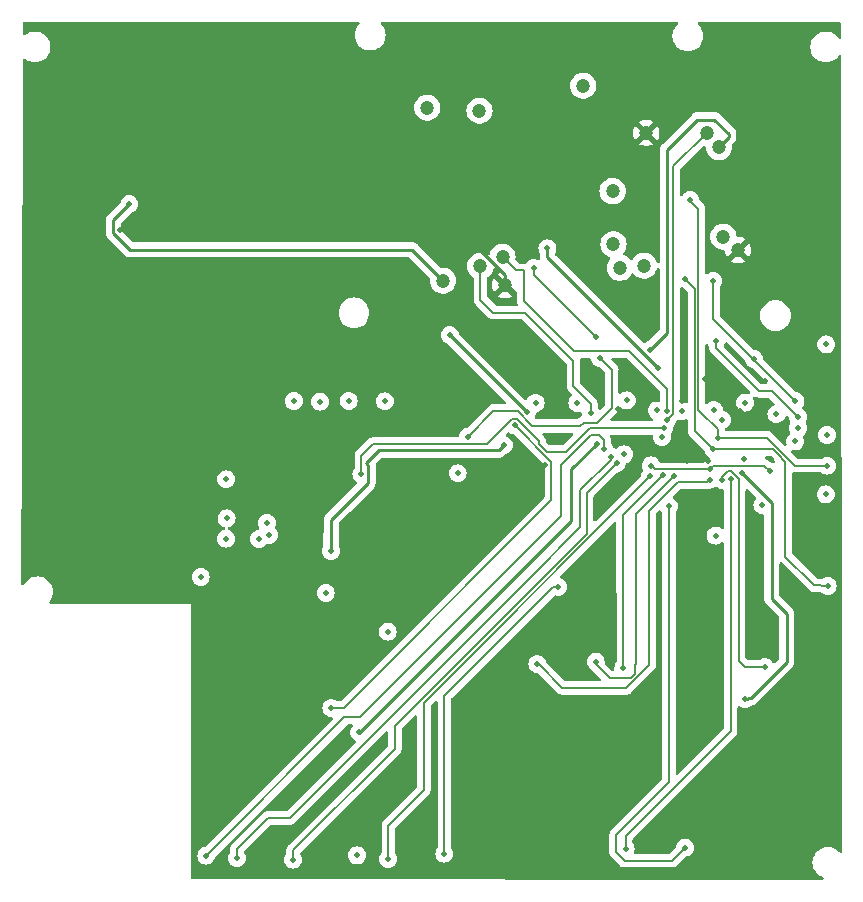
<source format=gbr>
%TF.GenerationSoftware,KiCad,Pcbnew,7.0.10-7.0.10~ubuntu22.04.1*%
%TF.CreationDate,2024-03-30T17:15:14+01:00*%
%TF.ProjectId,test_fixture,74657374-5f66-4697-9874-7572652e6b69,rev?*%
%TF.SameCoordinates,Original*%
%TF.FileFunction,Copper,L4,Bot*%
%TF.FilePolarity,Positive*%
%FSLAX46Y46*%
G04 Gerber Fmt 4.6, Leading zero omitted, Abs format (unit mm)*
G04 Created by KiCad (PCBNEW 7.0.10-7.0.10~ubuntu22.04.1) date 2024-03-30 17:15:14*
%MOMM*%
%LPD*%
G01*
G04 APERTURE LIST*
%TA.AperFunction,ComponentPad*%
%ADD10C,1.200000*%
%TD*%
%TA.AperFunction,ViaPad*%
%ADD11C,0.500000*%
%TD*%
%TA.AperFunction,Conductor*%
%ADD12C,0.254000*%
%TD*%
%TA.AperFunction,Conductor*%
%ADD13C,0.127000*%
%TD*%
G04 APERTURE END LIST*
D10*
%TO.P,POGO12,1,Pin_1*%
%TO.N,/I2C_DATA_1.8*%
X117330886Y-76558500D03*
%TD*%
%TO.P,POGO21,1,Pin_1*%
%TO.N,SWDCLK_1.8*%
X123706286Y-89182300D03*
%TD*%
%TO.P,POGO14,1,Pin_1*%
%TO.N,GND*%
X123934886Y-91595300D03*
%TD*%
%TO.P,POGO11,1,Pin_1*%
%TO.N,I2C_CLK_1.8*%
X121750486Y-76812500D03*
%TD*%
%TO.P,POGO3,1,Pin_1*%
%TO.N,GND*%
X135872886Y-78692100D03*
%TD*%
%TO.P,POGO7,1,Pin_1*%
%TO.N,/BUTTON*%
X133100000Y-88120000D03*
%TD*%
%TO.P,POGO22,1,Pin_1*%
%TO.N,SWDIO_1.8*%
X121826686Y-89969700D03*
%TD*%
%TO.P,POGO10,1,Pin_1*%
%TO.N,FF_CLK_1.8*%
X133028086Y-83619700D03*
%TD*%
%TO.P,POGO1,1,Pin_1*%
%TO.N,UART_RX_1.8*%
X140978286Y-78692100D03*
%TD*%
%TO.P,POGO19,1,Pin_1*%
%TO.N,VDD*%
X142400686Y-87480500D03*
%TD*%
%TO.P,POGO5,1,Pin_1*%
%TO.N,/UART_TX_TO_MCU_1.8*%
X142019686Y-79885900D03*
%TD*%
%TO.P,POGO2,1,Pin_1*%
%TO.N,VREF_IN_1.8*%
X118677086Y-91214300D03*
%TD*%
%TO.P,POGO16,1,Pin_1*%
%TO.N,+1.8V*%
X130538886Y-74704300D03*
%TD*%
%TO.P,POGO15,1,Pin_1*%
%TO.N,FF_Q_1.8*%
X135695086Y-89944300D03*
%TD*%
%TO.P,POGO8,1,Pin_1*%
%TO.N,FF_D_1.8*%
X133637686Y-90122100D03*
%TD*%
%TO.P,POGO6,1,Pin_1*%
%TO.N,GND*%
X143645286Y-88623500D03*
%TD*%
D11*
%TO.N,GND*%
X91360000Y-114060000D03*
X135640000Y-99590000D03*
X93880000Y-113900000D03*
X128400000Y-104840000D03*
X90830000Y-80330000D03*
X88400000Y-111720000D03*
X88460000Y-106330000D03*
X91330000Y-111650000D03*
X100800000Y-99760000D03*
X119709859Y-115292045D03*
X89020000Y-98280000D03*
X143840000Y-102260000D03*
X143640000Y-90370000D03*
X144130000Y-106350000D03*
X131940000Y-101370000D03*
X93820000Y-109050000D03*
X141100000Y-106470000D03*
X88320000Y-113920000D03*
X103650000Y-120760000D03*
X141890000Y-120830000D03*
X100370000Y-109780000D03*
X104380000Y-109840000D03*
X129020000Y-121010000D03*
X104550000Y-116270000D03*
X135760000Y-105730000D03*
X146460000Y-106290000D03*
X91340000Y-86960000D03*
X88420000Y-109030000D03*
X93740000Y-106360000D03*
X103360000Y-109700000D03*
X145890000Y-99730000D03*
X138880000Y-101390000D03*
X140810000Y-99540000D03*
X101920000Y-100970000D03*
X141620000Y-139940000D03*
X91300000Y-109080000D03*
X116270000Y-139960000D03*
X101850000Y-94550000D03*
X91300000Y-106340000D03*
X103620000Y-140240000D03*
X93830000Y-111690000D03*
X129090000Y-140260000D03*
X149560000Y-113220000D03*
X139330000Y-106440000D03*
X144680000Y-111630000D03*
X127320000Y-106790000D03*
X133490000Y-102060000D03*
X146380000Y-130550000D03*
X128523099Y-99170337D03*
%TO.N,+3.3V*%
X145710000Y-110220000D03*
X138860000Y-102260000D03*
X144230000Y-101530000D03*
X108730000Y-117640000D03*
X134230000Y-101350000D03*
X133980000Y-105920000D03*
X126500000Y-101560000D03*
%TO.N,+5V*%
X100280000Y-113050000D03*
X103740000Y-111720000D03*
X98150000Y-116290000D03*
X103100000Y-113070000D03*
X103920000Y-112720000D03*
X100340000Y-111340000D03*
%TO.N,VDD*%
X108270000Y-101450000D03*
X110670000Y-101380000D03*
X106030000Y-101400000D03*
X119910000Y-107520000D03*
X151070000Y-109310000D03*
X100310000Y-108030000D03*
X113740000Y-101430000D03*
%TO.N,+1.8V*%
X146900000Y-102510000D03*
X141600000Y-102180000D03*
X136760000Y-102200000D03*
X130050000Y-101570000D03*
%TO.N,BUTTON_CTRL*%
X118780000Y-139720000D03*
X128400000Y-117130000D03*
%TO.N,SENSE_3.3V*%
X131950000Y-97760000D03*
X113974533Y-120921558D03*
X120780000Y-104410000D03*
%TO.N,BUTTON_DIVIDED*%
X142300000Y-102980000D03*
X141740000Y-112790000D03*
%TO.N,/RP2040 and Shifters/OE_CTRL*%
X146310000Y-107350000D03*
X136270000Y-106860000D03*
X141240000Y-107190000D03*
%TO.N,Net-(U1-GP13)*%
X137780000Y-110300000D03*
X139160000Y-139210000D03*
%TO.N,/RP2040 and Shifters/BUTTON_INPUT_SENSED*%
X114030000Y-140170000D03*
X136210000Y-107780000D03*
%TO.N,/UART_TX_TO_MCU_1.8*%
X123810000Y-105140000D03*
X136190000Y-97090000D03*
X109180000Y-114130000D03*
%TO.N,FF_CLK_1.8*%
X141950000Y-104520000D03*
X139590000Y-84380000D03*
X151200000Y-106870000D03*
%TO.N,FF_D_1.8*%
X141550000Y-105500000D03*
X139140000Y-91030000D03*
X151230000Y-117040000D03*
%TO.N,I2C_CLK_1.8*%
X151110000Y-96610000D03*
X148490000Y-104820000D03*
X151171745Y-104279824D03*
%TO.N,SWDIO_1.8*%
X131180000Y-102450000D03*
%TO.N,SWDCLK_1.8*%
X137610000Y-102250000D03*
%TO.N,UART_RX_1.8*%
X137660000Y-103000000D03*
%TO.N,UART_TX_1.8*%
X111750000Y-107600000D03*
X137390000Y-103670000D03*
%TO.N,/RP2040 and Shifters/UART_RX*%
X132310000Y-105460000D03*
X98630000Y-139880000D03*
X119240000Y-95830000D03*
X125800000Y-102350000D03*
%TO.N,/RP2040 and Shifters/UART_TX*%
X136850000Y-98620000D03*
X132856500Y-106100000D03*
X127510000Y-88470000D03*
X101210000Y-140100000D03*
%TO.N,/RP2040 and Shifters/RESET*%
X133370000Y-106676500D03*
X105976904Y-140220043D03*
%TO.N,/RP2040 and Shifters/SWDCLK*%
X131670000Y-105040000D03*
X111570000Y-129460000D03*
%TO.N,/RP2040 and Shifters/PDM_CLK*%
X143020000Y-108010000D03*
X134130000Y-139320000D03*
%TO.N,/RP2040 and Shifters/FF_Q*%
X141230000Y-108050000D03*
X126660000Y-123670000D03*
%TO.N,/RP2040 and Shifters/FF_D*%
X131590000Y-123460000D03*
X138210000Y-107740000D03*
%TO.N,/RP2040 and Shifters/FF_CLK*%
X137290000Y-107703500D03*
X133930000Y-123990000D03*
%TO.N,/RP2040 and Shifters/I2C_CLK*%
X144230000Y-126630000D03*
X143980000Y-107490000D03*
%TO.N,/RP2040 and Shifters/VREF_IN*%
X145930000Y-123940000D03*
X142324935Y-108092993D03*
%TO.N,RESET_1.8*%
X137189719Y-104440016D03*
%TO.N,PDM_CLK_1.8*%
X148720000Y-103700000D03*
%TO.N,VREF_IN_1.8*%
X141800000Y-96320000D03*
X126340000Y-90150000D03*
X92110000Y-84730000D03*
X148720000Y-102760000D03*
X131620000Y-95970000D03*
%TO.N,FF_Q_1.8*%
X141530000Y-91210000D03*
X148500000Y-101400000D03*
X144990000Y-97860000D03*
%TO.N,/RP2040 and Shifters/SWDIO*%
X111380000Y-139870000D03*
X109220000Y-127400000D03*
X124750000Y-103470000D03*
%TD*%
D12*
%TO.N,GND*%
X91340000Y-86960000D02*
X120127962Y-86960000D01*
X123934886Y-90766924D02*
X123934886Y-91595300D01*
X120127962Y-86960000D02*
X123934886Y-90766924D01*
D13*
%TO.N,BUTTON_CTRL*%
X128400000Y-117130000D02*
X128010000Y-117130000D01*
X118780000Y-126360000D02*
X118780000Y-139720000D01*
X128010000Y-117130000D02*
X118780000Y-126360000D01*
%TO.N,SENSE_3.3V*%
X132950000Y-98760000D02*
X132950000Y-100940000D01*
X124950000Y-102250000D02*
X122940000Y-102250000D01*
X122940000Y-102250000D02*
X120780000Y-104410000D01*
X132950000Y-100940000D02*
X132950000Y-102000000D01*
X131710000Y-103240000D02*
X130570000Y-103240000D01*
X131950000Y-97760000D02*
X132950000Y-98760000D01*
X131950000Y-103000000D02*
X131710000Y-103240000D01*
X126233801Y-103510000D02*
X124973801Y-102250000D01*
X130570000Y-103240000D02*
X130300000Y-103510000D01*
X124973801Y-102250000D02*
X124950000Y-102250000D01*
X132950000Y-102000000D02*
X131950000Y-103000000D01*
X130300000Y-103510000D02*
X126540000Y-103510000D01*
X126540000Y-103510000D02*
X126233801Y-103510000D01*
%TO.N,/RP2040 and Shifters/OE_CTRL*%
X136600000Y-107190000D02*
X141240000Y-107190000D01*
X141550000Y-106880000D02*
X145840000Y-106880000D01*
X145840000Y-106880000D02*
X146310000Y-107350000D01*
X136270000Y-106860000D02*
X136600000Y-107190000D01*
X141240000Y-107190000D02*
X141550000Y-106880000D01*
%TO.N,Net-(U1-GP13)*%
X137780000Y-110300000D02*
X137780000Y-133660000D01*
X137780000Y-133660000D02*
X133330000Y-138110000D01*
X134040000Y-140320000D02*
X138050000Y-140320000D01*
X133330000Y-139610000D02*
X134040000Y-140320000D01*
X138050000Y-140320000D02*
X139160000Y-139210000D01*
X133330000Y-138110000D02*
X133330000Y-139610000D01*
%TO.N,/RP2040 and Shifters/BUTTON_INPUT_SENSED*%
X114080000Y-137280000D02*
X114080000Y-137300000D01*
X114080000Y-137300000D02*
X114030000Y-137350000D01*
X117040000Y-126950000D02*
X117040000Y-134320000D01*
X114030000Y-137350000D02*
X114030000Y-140170000D01*
X136210000Y-107780000D02*
X117040000Y-126950000D01*
X117040000Y-134320000D02*
X114080000Y-137280000D01*
D12*
%TO.N,/UART_TX_TO_MCU_1.8*%
X123810000Y-105140000D02*
X123380000Y-105570000D01*
X142870000Y-79035586D02*
X142870000Y-78800000D01*
X112140000Y-106650000D02*
X112327000Y-106837000D01*
X112327000Y-106837000D02*
X112327000Y-108333000D01*
X137650000Y-95630000D02*
X136190000Y-97090000D01*
X141650000Y-77580000D02*
X140210000Y-77580000D01*
X123380000Y-105570000D02*
X113790000Y-105570000D01*
X113220000Y-105570000D02*
X112140000Y-106650000D01*
X109180000Y-114130000D02*
X109190000Y-114110000D01*
X142870000Y-78800000D02*
X141650000Y-77580000D01*
X137650000Y-82250000D02*
X137650000Y-95630000D01*
X110250000Y-110410000D02*
X109190000Y-111470000D01*
X109190000Y-111470000D02*
X109180000Y-114130000D01*
X112327000Y-108333000D02*
X110250000Y-110410000D01*
X142019686Y-79885900D02*
X142870000Y-79035586D01*
X137650000Y-80140000D02*
X137650000Y-82250000D01*
X140210000Y-77580000D02*
X137650000Y-80140000D01*
X113790000Y-105570000D02*
X113220000Y-105570000D01*
D13*
%TO.N,FF_CLK_1.8*%
X140296500Y-102126500D02*
X140296500Y-85136500D01*
X140296500Y-85136500D02*
X139590000Y-84430000D01*
X139590000Y-84430000D02*
X139590000Y-84380000D01*
X146110000Y-104520000D02*
X147980000Y-106390000D01*
X141950000Y-104520000D02*
X146110000Y-104520000D01*
X147980000Y-106390000D02*
X148460000Y-106870000D01*
X140550000Y-102380000D02*
X140296500Y-102126500D01*
X141950000Y-104520000D02*
X141950000Y-103780000D01*
X139590000Y-84380000D02*
X139540000Y-84380000D01*
X148460000Y-106870000D02*
X151200000Y-106870000D01*
X141950000Y-103780000D02*
X140550000Y-102380000D01*
X139540000Y-84380000D02*
X139520000Y-84360000D01*
%TO.N,FF_D_1.8*%
X147660000Y-111560000D02*
X147660000Y-114570000D01*
X139969500Y-101620000D02*
X139969500Y-91879500D01*
X139969500Y-103919500D02*
X139969500Y-101620000D01*
X147047552Y-105920000D02*
X147660000Y-106532448D01*
X147660000Y-106532448D02*
X147660000Y-111560000D01*
X139140000Y-91050000D02*
X139140000Y-91030000D01*
X150100000Y-117010000D02*
X151230000Y-117040000D01*
X139969500Y-91879500D02*
X139140000Y-91050000D01*
X139120000Y-91030000D02*
X139110000Y-91020000D01*
X141550000Y-105500000D02*
X146627552Y-105500000D01*
X146627552Y-105500000D02*
X147047552Y-105920000D01*
X149910000Y-116820000D02*
X150100000Y-117010000D01*
X141550000Y-105500000D02*
X139969500Y-103919500D01*
X147660000Y-114570000D02*
X149910000Y-116820000D01*
X151230000Y-117040000D02*
X151230000Y-117010000D01*
X139140000Y-91030000D02*
X139120000Y-91030000D01*
%TO.N,SWDIO_1.8*%
X131180000Y-101610000D02*
X129710000Y-100140000D01*
X121826686Y-92816686D02*
X121826686Y-89969700D01*
X129710000Y-97980000D02*
X125640000Y-93910000D01*
X125640000Y-93910000D02*
X122920000Y-93910000D01*
X129710000Y-100140000D02*
X129710000Y-97980000D01*
X131180000Y-102450000D02*
X131180000Y-101610000D01*
X122920000Y-93910000D02*
X121826686Y-92816686D01*
%TO.N,SWDCLK_1.8*%
X137610000Y-100390000D02*
X134380000Y-97160000D01*
X125520000Y-92930000D02*
X125520000Y-90330000D01*
X125520000Y-90330000D02*
X124853986Y-90330000D01*
X124853986Y-90330000D02*
X123706286Y-89182300D01*
X137610000Y-102250000D02*
X137610000Y-100390000D01*
X129750000Y-97160000D02*
X125520000Y-92930000D01*
X134380000Y-97160000D02*
X129750000Y-97160000D01*
%TO.N,UART_RX_1.8*%
X138150000Y-81520386D02*
X140978286Y-78692100D01*
X137660000Y-103000000D02*
X138150000Y-102510000D01*
X138150000Y-102510000D02*
X138150000Y-81520386D01*
%TO.N,UART_TX_1.8*%
X124470000Y-102930000D02*
X122350000Y-105050000D01*
X124936199Y-102930000D02*
X124470000Y-102930000D01*
X129060000Y-105700000D02*
X127442448Y-105700000D01*
X111750000Y-106020000D02*
X111750000Y-107600000D01*
X131090000Y-103670000D02*
X129060000Y-105700000D01*
X122350000Y-105050000D02*
X112720000Y-105050000D01*
X127442448Y-105700000D02*
X126811224Y-105068776D01*
X137390000Y-103670000D02*
X131090000Y-103670000D01*
X112720000Y-105050000D02*
X111750000Y-106020000D01*
X126811224Y-105068776D02*
X126811224Y-104805025D01*
X126811224Y-104805025D02*
X124936199Y-102930000D01*
%TO.N,/RP2040 and Shifters/UART_RX*%
X132310000Y-105460000D02*
X132310000Y-104740000D01*
X131880000Y-104310000D02*
X131160000Y-104310000D01*
D12*
X125760000Y-102350000D02*
X125800000Y-102350000D01*
D13*
X132310000Y-104740000D02*
X131880000Y-104310000D01*
X128650000Y-111170000D02*
X111630000Y-128190000D01*
X131160000Y-104310000D02*
X128650000Y-106820000D01*
D12*
X119240000Y-95830000D02*
X125760000Y-102350000D01*
D13*
X111630000Y-128190000D02*
X110320000Y-128190000D01*
X128650000Y-106820000D02*
X128650000Y-111170000D01*
X110320000Y-128190000D02*
X98630000Y-139880000D01*
%TO.N,/RP2040 and Shifters/UART_TX*%
X105670000Y-136710000D02*
X103830000Y-136710000D01*
D12*
X127510000Y-89226002D02*
X136850000Y-98566002D01*
X136903998Y-98620000D02*
X136910000Y-98626002D01*
X127510000Y-88470000D02*
X127510000Y-89226002D01*
X136910000Y-98626002D02*
X136910000Y-98690000D01*
X136850000Y-98566002D02*
X136850000Y-98620000D01*
D13*
X132856500Y-106100000D02*
X132856500Y-106363500D01*
X132856500Y-106363500D02*
X130260000Y-108960000D01*
X103830000Y-136710000D02*
X101210000Y-139330000D01*
D12*
X136850000Y-98620000D02*
X136903998Y-98620000D01*
D13*
X130260000Y-108960000D02*
X130260000Y-112100000D01*
X130260000Y-112100000D02*
X125930000Y-116430000D01*
X125930000Y-116430000D02*
X125930000Y-116450000D01*
X125930000Y-116450000D02*
X105670000Y-136710000D01*
X101210000Y-139330000D02*
X101210000Y-140100000D01*
%TO.N,/RP2040 and Shifters/RESET*%
X130830000Y-112630000D02*
X114580000Y-128880000D01*
X105976904Y-139433096D02*
X105976904Y-140220043D01*
X133370000Y-106676500D02*
X130830000Y-109216500D01*
X114590000Y-130820000D02*
X105976904Y-139433096D01*
X114590000Y-128960000D02*
X114580000Y-128880000D01*
X114590000Y-128960000D02*
X114590000Y-130820000D01*
X130830000Y-109216500D02*
X130830000Y-112630000D01*
D12*
%TO.N,/RP2040 and Shifters/SWDCLK*%
X111620000Y-129460000D02*
X111570000Y-129460000D01*
X111570000Y-129460000D02*
X111570000Y-129510000D01*
X111630000Y-129450000D02*
X111620000Y-129460000D01*
X129540000Y-111540000D02*
X129540000Y-107170000D01*
X111570000Y-129510000D02*
X129540000Y-111540000D01*
X129540000Y-107170000D02*
X131670000Y-105040000D01*
D13*
%TO.N,/RP2040 and Shifters/PDM_CLK*%
X143020000Y-129350000D02*
X134130000Y-138240000D01*
X143020000Y-108010000D02*
X143020000Y-129350000D01*
X134130000Y-138240000D02*
X134130000Y-139320000D01*
%TO.N,/RP2040 and Shifters/FF_Q*%
X141026500Y-108253500D02*
X138526500Y-108253500D01*
X141230000Y-108050000D02*
X141026500Y-108253500D01*
X136110000Y-110670000D02*
X136110000Y-123762448D01*
X138526500Y-108253500D02*
X136110000Y-110670000D01*
X134182448Y-125690000D02*
X133490000Y-125690000D01*
X128780000Y-125690000D02*
X126770000Y-123680000D01*
X136110000Y-123762448D02*
X134182448Y-125690000D01*
X133490000Y-125690000D02*
X128780000Y-125690000D01*
%TO.N,/RP2040 and Shifters/FF_D*%
X135020000Y-123626199D02*
X134940000Y-123706199D01*
X134540000Y-124870000D02*
X132780000Y-124870000D01*
X138210000Y-107740000D02*
X135020000Y-110930000D01*
X134940000Y-123706199D02*
X134940000Y-124470000D01*
X135020000Y-119540000D02*
X135020000Y-123626199D01*
X135020000Y-110930000D02*
X135020000Y-119540000D01*
X134940000Y-124470000D02*
X134540000Y-124870000D01*
X131590000Y-123680000D02*
X131590000Y-123460000D01*
X132780000Y-124870000D02*
X131590000Y-123680000D01*
%TO.N,/RP2040 and Shifters/FF_CLK*%
X133930000Y-123990000D02*
X133920000Y-123980000D01*
X133920000Y-111073500D02*
X133930000Y-123990000D01*
X137290000Y-107703500D02*
X133920000Y-111073500D01*
D12*
%TO.N,/RP2040 and Shifters/I2C_CLK*%
X144700000Y-126550000D02*
X144230000Y-126630000D01*
X146500000Y-110010000D02*
X146500000Y-118140000D01*
X146500000Y-118140000D02*
X147750000Y-119390000D01*
X143980000Y-107490000D02*
X146500000Y-110010000D01*
X147750000Y-119390000D02*
X147750000Y-119950000D01*
X147750000Y-123500000D02*
X145040000Y-126210000D01*
X144230000Y-126630000D02*
X144230000Y-126550000D01*
X145040000Y-126210000D02*
X144700000Y-126550000D01*
X147750000Y-119950000D02*
X147750000Y-123500000D01*
D13*
%TO.N,/RP2040 and Shifters/VREF_IN*%
X143700000Y-107963801D02*
X143700000Y-123380000D01*
X142324935Y-108092993D02*
X142324935Y-107815065D01*
X144260000Y-123940000D02*
X145930000Y-123940000D01*
X145930000Y-123940000D02*
X145850000Y-123940000D01*
X142820000Y-107320000D02*
X143056199Y-107320000D01*
X143056199Y-107320000D02*
X143700000Y-107963801D01*
X142324935Y-107815065D02*
X142820000Y-107320000D01*
X143700000Y-123380000D02*
X144260000Y-123940000D01*
%TO.N,VREF_IN_1.8*%
X131620000Y-95970000D02*
X126340000Y-90690000D01*
D12*
X92110000Y-84730000D02*
X90763000Y-86077000D01*
D13*
X146490000Y-100530000D02*
X145380000Y-100530000D01*
X141790000Y-96940000D02*
X141800000Y-96320000D01*
D12*
X90763000Y-86077000D02*
X90763000Y-87199002D01*
D13*
X148720000Y-102760000D02*
X146490000Y-100530000D01*
X145380000Y-100530000D02*
X141790000Y-96940000D01*
D12*
X92163998Y-88600000D02*
X116062786Y-88600000D01*
X90763000Y-87199002D02*
X92163998Y-88600000D01*
D13*
X126340000Y-90690000D02*
X126340000Y-90150000D01*
D12*
X116062786Y-88600000D02*
X118677086Y-91214300D01*
D13*
X141800000Y-96320000D02*
X141790000Y-96310000D01*
%TO.N,FF_Q_1.8*%
X148500000Y-101400000D02*
X141530000Y-94430000D01*
X141530000Y-94430000D02*
X141530000Y-91210000D01*
X141530000Y-91210000D02*
X141460000Y-91160000D01*
%TO.N,/RP2040 and Shifters/SWDIO*%
X109220000Y-127400000D02*
X109190000Y-127370000D01*
X127833500Y-106553500D02*
X127833500Y-109786500D01*
X127833500Y-109786500D02*
X110250000Y-127370000D01*
X109190000Y-127370000D02*
X109080000Y-127370000D01*
X109250000Y-127370000D02*
X109220000Y-127400000D01*
X110250000Y-127370000D02*
X109250000Y-127370000D01*
X124750000Y-103470000D02*
X127833500Y-106553500D01*
%TD*%
%TA.AperFunction,Conductor*%
%TO.N,GND*%
G36*
X141818550Y-108662983D02*
G01*
X141838445Y-108679183D01*
X141849026Y-108689764D01*
X141993752Y-108780702D01*
X142155085Y-108837155D01*
X142155084Y-108837155D01*
X142222535Y-108844754D01*
X142324935Y-108856292D01*
X142324935Y-108856291D01*
X142331966Y-108857084D01*
X142331733Y-108859149D01*
X142390121Y-108876294D01*
X142436614Y-108929950D01*
X142448000Y-108982292D01*
X142448000Y-112121129D01*
X142427998Y-112189250D01*
X142374342Y-112235743D01*
X142304068Y-112245847D01*
X142239488Y-112216353D01*
X142232905Y-112210224D01*
X142215912Y-112193231D01*
X142209576Y-112189250D01*
X142181719Y-112171746D01*
X142071182Y-112102290D01*
X141966292Y-112065588D01*
X141909850Y-112045838D01*
X141909848Y-112045837D01*
X141909850Y-112045837D01*
X141740000Y-112026701D01*
X141570151Y-112045837D01*
X141408817Y-112102290D01*
X141264087Y-112193231D01*
X141143231Y-112314087D01*
X141052290Y-112458817D01*
X140995837Y-112620151D01*
X140976701Y-112790000D01*
X140995837Y-112959848D01*
X141052290Y-113121182D01*
X141143231Y-113265912D01*
X141264087Y-113386768D01*
X141264089Y-113386769D01*
X141264091Y-113386771D01*
X141408817Y-113477709D01*
X141570150Y-113534162D01*
X141570149Y-113534162D01*
X141587348Y-113536099D01*
X141740000Y-113553299D01*
X141909850Y-113534162D01*
X142071183Y-113477709D01*
X142215909Y-113386771D01*
X142221498Y-113381182D01*
X142232905Y-113369776D01*
X142295217Y-113335750D01*
X142366032Y-113340815D01*
X142422868Y-113383362D01*
X142447679Y-113449882D01*
X142448000Y-113458871D01*
X142448000Y-129060880D01*
X142427998Y-129129001D01*
X142411095Y-129149975D01*
X138567095Y-132993975D01*
X138504783Y-133028001D01*
X138433968Y-133022936D01*
X138377132Y-132980389D01*
X138352321Y-132913869D01*
X138352000Y-132904880D01*
X138352000Y-110851060D01*
X138372002Y-110782939D01*
X138374836Y-110778986D01*
X138376766Y-110775913D01*
X138376771Y-110775909D01*
X138467709Y-110631183D01*
X138524162Y-110469850D01*
X138543299Y-110300000D01*
X138524162Y-110130150D01*
X138467709Y-109968817D01*
X138376771Y-109824091D01*
X138376769Y-109824089D01*
X138376768Y-109824087D01*
X138255912Y-109703231D01*
X138162336Y-109644433D01*
X138115299Y-109591254D01*
X138104479Y-109521087D01*
X138133312Y-109456209D01*
X138140264Y-109448664D01*
X138726526Y-108862404D01*
X138788838Y-108828379D01*
X138815621Y-108825500D01*
X140980756Y-108825500D01*
X140997202Y-108826578D01*
X141026500Y-108830435D01*
X141063986Y-108825500D01*
X141063992Y-108825500D01*
X141175230Y-108810854D01*
X141205773Y-108810569D01*
X141230000Y-108813299D01*
X141399850Y-108794162D01*
X141561183Y-108737709D01*
X141682317Y-108661594D01*
X141750637Y-108642288D01*
X141818550Y-108662983D01*
G37*
%TD.AperFunction*%
%TA.AperFunction,Conductor*%
G36*
X144480512Y-108889698D02*
G01*
X144487095Y-108895827D01*
X145135198Y-109543930D01*
X145169224Y-109606242D01*
X145164159Y-109677057D01*
X145135200Y-109722119D01*
X145113230Y-109744088D01*
X145022290Y-109888817D01*
X144965837Y-110050151D01*
X144946701Y-110220000D01*
X144965837Y-110389848D01*
X145022290Y-110551182D01*
X145050349Y-110595837D01*
X145104700Y-110682336D01*
X145113231Y-110695912D01*
X145234087Y-110816768D01*
X145234089Y-110816769D01*
X145234091Y-110816771D01*
X145378817Y-110907709D01*
X145540150Y-110964162D01*
X145540149Y-110964162D01*
X145555496Y-110965891D01*
X145710000Y-110983299D01*
X145724393Y-110981677D01*
X145794324Y-110993926D01*
X145846532Y-111042039D01*
X145864500Y-111106885D01*
X145864500Y-118055931D01*
X145862748Y-118071801D01*
X145863038Y-118071829D01*
X145862292Y-118079720D01*
X145864438Y-118148011D01*
X145864500Y-118151969D01*
X145864500Y-118179987D01*
X145865011Y-118184038D01*
X145865940Y-118195847D01*
X145867334Y-118240202D01*
X145867335Y-118240207D01*
X145873014Y-118259756D01*
X145877021Y-118279107D01*
X145879572Y-118299295D01*
X145879572Y-118299296D01*
X145895906Y-118340553D01*
X145899749Y-118351779D01*
X145912129Y-118394390D01*
X145912131Y-118394395D01*
X145922492Y-118411914D01*
X145931189Y-118429666D01*
X145938681Y-118448588D01*
X145964765Y-118484490D01*
X145971281Y-118494410D01*
X145993865Y-118532597D01*
X145993868Y-118532601D01*
X146008250Y-118546983D01*
X146021090Y-118562016D01*
X146033054Y-118578483D01*
X146033057Y-118578486D01*
X146067254Y-118606776D01*
X146076034Y-118614766D01*
X147077595Y-119616327D01*
X147111621Y-119678639D01*
X147114500Y-119705422D01*
X147114500Y-123184577D01*
X147094498Y-123252698D01*
X147077599Y-123273667D01*
X146911890Y-123439377D01*
X146777565Y-123573702D01*
X146715253Y-123607727D01*
X146644437Y-123602662D01*
X146587602Y-123560115D01*
X146581783Y-123551642D01*
X146526771Y-123464091D01*
X146526770Y-123464090D01*
X146526767Y-123464086D01*
X146405912Y-123343231D01*
X146261182Y-123252290D01*
X146161270Y-123217330D01*
X146099850Y-123195838D01*
X146099848Y-123195837D01*
X146099850Y-123195837D01*
X145930000Y-123176701D01*
X145760151Y-123195837D01*
X145598817Y-123252290D01*
X145503380Y-123312257D01*
X145454091Y-123343229D01*
X145454089Y-123343230D01*
X145448100Y-123346994D01*
X145446777Y-123344888D01*
X145391768Y-123367345D01*
X145378940Y-123368000D01*
X144549120Y-123368000D01*
X144480999Y-123347998D01*
X144460025Y-123331095D01*
X144308905Y-123179975D01*
X144274879Y-123117663D01*
X144272000Y-123090880D01*
X144272000Y-108984922D01*
X144292002Y-108916801D01*
X144345658Y-108870308D01*
X144415932Y-108860204D01*
X144480512Y-108889698D01*
G37*
%TD.AperFunction*%
%TA.AperFunction,Conductor*%
G36*
X139340696Y-102940752D02*
G01*
X139386640Y-102994878D01*
X139397500Y-103046051D01*
X139397500Y-103873756D01*
X139396422Y-103890202D01*
X139392565Y-103919499D01*
X139392565Y-103919501D01*
X139396961Y-103952896D01*
X139396962Y-103952903D01*
X139397500Y-103956986D01*
X139397500Y-103956992D01*
X139398255Y-103962723D01*
X139403318Y-104001183D01*
X139412223Y-104068822D01*
X139469857Y-104207967D01*
X139520591Y-104274084D01*
X139520592Y-104274085D01*
X139561545Y-104327455D01*
X139579971Y-104341593D01*
X139584999Y-104345452D01*
X139597389Y-104356319D01*
X140761318Y-105520248D01*
X140795344Y-105582560D01*
X140797431Y-105595236D01*
X140805837Y-105669848D01*
X140862290Y-105831182D01*
X140953231Y-105975912D01*
X141074087Y-106096768D01*
X141074089Y-106096769D01*
X141074091Y-106096771D01*
X141218817Y-106187709D01*
X141224809Y-106191474D01*
X141223476Y-106193594D01*
X141267530Y-106233361D01*
X141286145Y-106301874D01*
X141264764Y-106369574D01*
X141236872Y-106399280D01*
X141222236Y-106410510D01*
X141159644Y-106435754D01*
X141115103Y-106440773D01*
X141070150Y-106445838D01*
X141070147Y-106445838D01*
X141070146Y-106445839D01*
X140908817Y-106502290D01*
X140814877Y-106561318D01*
X140764091Y-106593229D01*
X140764089Y-106593230D01*
X140758100Y-106596994D01*
X140756777Y-106594888D01*
X140701768Y-106617345D01*
X140688940Y-106618000D01*
X137078317Y-106618000D01*
X137010196Y-106597998D01*
X136963703Y-106544342D01*
X136959387Y-106533612D01*
X136957709Y-106528818D01*
X136957709Y-106528817D01*
X136866771Y-106384091D01*
X136866769Y-106384089D01*
X136866768Y-106384087D01*
X136745912Y-106263231D01*
X136601182Y-106172290D01*
X136468425Y-106125837D01*
X136439850Y-106115838D01*
X136439848Y-106115837D01*
X136439850Y-106115837D01*
X136270000Y-106096701D01*
X136100151Y-106115837D01*
X135938817Y-106172290D01*
X135794087Y-106263231D01*
X135673231Y-106384087D01*
X135582290Y-106528817D01*
X135525837Y-106690151D01*
X135506701Y-106860000D01*
X135525837Y-107029848D01*
X135582290Y-107191182D01*
X135591110Y-107205218D01*
X135610416Y-107273539D01*
X135591110Y-107339291D01*
X135522292Y-107448813D01*
X135522291Y-107448816D01*
X135465837Y-107610151D01*
X135457431Y-107684762D01*
X135429927Y-107750215D01*
X135421318Y-107759750D01*
X131617095Y-111563974D01*
X131554783Y-111598000D01*
X131483968Y-111592935D01*
X131427132Y-111550388D01*
X131402321Y-111483868D01*
X131402000Y-111474879D01*
X131402000Y-109505620D01*
X131422002Y-109437499D01*
X131438905Y-109416525D01*
X132399174Y-108456256D01*
X133390250Y-107465179D01*
X133452560Y-107431156D01*
X133465234Y-107429068D01*
X133506547Y-107424413D01*
X133539842Y-107420663D01*
X133539842Y-107420662D01*
X133539850Y-107420662D01*
X133701183Y-107364209D01*
X133845909Y-107273271D01*
X133966771Y-107152409D01*
X134057709Y-107007683D01*
X134114162Y-106846350D01*
X134125203Y-106748355D01*
X134152705Y-106682905D01*
X134208790Y-106643537D01*
X134311183Y-106607709D01*
X134455909Y-106516771D01*
X134576771Y-106395909D01*
X134667709Y-106251183D01*
X134724162Y-106089850D01*
X134743299Y-105920000D01*
X134724162Y-105750150D01*
X134667709Y-105588817D01*
X134576771Y-105444091D01*
X134576769Y-105444089D01*
X134576768Y-105444087D01*
X134455912Y-105323231D01*
X134311182Y-105232290D01*
X134173684Y-105184178D01*
X134149850Y-105175838D01*
X134149848Y-105175837D01*
X134149850Y-105175837D01*
X133980000Y-105156701D01*
X133810151Y-105175837D01*
X133648817Y-105232290D01*
X133504089Y-105323230D01*
X133398351Y-105428968D01*
X133336039Y-105462993D01*
X133265223Y-105457927D01*
X133242222Y-105446560D01*
X133194808Y-105416768D01*
X133187682Y-105412290D01*
X133137737Y-105394814D01*
X133080045Y-105353436D01*
X133056919Y-105296786D01*
X133055738Y-105297056D01*
X133054162Y-105290157D01*
X133054162Y-105290150D01*
X132997709Y-105128817D01*
X132906771Y-104984091D01*
X132906769Y-104984089D01*
X132903006Y-104978100D01*
X132905106Y-104976779D01*
X132882652Y-104921739D01*
X132882000Y-104908939D01*
X132882000Y-104785750D01*
X132883078Y-104769303D01*
X132884864Y-104755736D01*
X132886936Y-104740000D01*
X132880333Y-104689850D01*
X132875106Y-104650150D01*
X132867277Y-104590679D01*
X132866206Y-104588092D01*
X132809641Y-104451532D01*
X132804401Y-104444703D01*
X132778801Y-104378485D01*
X132793065Y-104308936D01*
X132842666Y-104258139D01*
X132904364Y-104242000D01*
X136307737Y-104242000D01*
X136375858Y-104262002D01*
X136422351Y-104315658D01*
X136432944Y-104382106D01*
X136428247Y-104423798D01*
X136426420Y-104440016D01*
X136445556Y-104609864D01*
X136502009Y-104771198D01*
X136592950Y-104915928D01*
X136713806Y-105036784D01*
X136713808Y-105036785D01*
X136713810Y-105036787D01*
X136858536Y-105127725D01*
X137019869Y-105184178D01*
X137019868Y-105184178D01*
X137037067Y-105186115D01*
X137189719Y-105203315D01*
X137359569Y-105184178D01*
X137520902Y-105127725D01*
X137665628Y-105036787D01*
X137786490Y-104915925D01*
X137877428Y-104771199D01*
X137933881Y-104609866D01*
X137953018Y-104440016D01*
X137933881Y-104270166D01*
X137933879Y-104270161D01*
X137933447Y-104266323D01*
X137945696Y-104196391D01*
X137969562Y-104163118D01*
X137986768Y-104145912D01*
X137986768Y-104145911D01*
X137986771Y-104145909D01*
X138077709Y-104001183D01*
X138134162Y-103839850D01*
X138153299Y-103670000D01*
X138150916Y-103648853D01*
X138163165Y-103578922D01*
X138187029Y-103545650D01*
X138197018Y-103535661D01*
X138256771Y-103475909D01*
X138347709Y-103331183D01*
X138404162Y-103169850D01*
X138412568Y-103095235D01*
X138440070Y-103029783D01*
X138448671Y-103020257D01*
X138467208Y-103001720D01*
X138529518Y-102967696D01*
X138597916Y-102971888D01*
X138690150Y-103004162D01*
X138690149Y-103004162D01*
X138707348Y-103006099D01*
X138860000Y-103023299D01*
X139029850Y-103004162D01*
X139191183Y-102947709D01*
X139204462Y-102939364D01*
X139272782Y-102920058D01*
X139340696Y-102940752D01*
G37*
%TD.AperFunction*%
%TA.AperFunction,Conductor*%
G36*
X146406553Y-106092002D02*
G01*
X146427527Y-106108905D01*
X146773424Y-106454802D01*
X146807450Y-106517114D01*
X146802385Y-106587929D01*
X146759838Y-106644765D01*
X146693318Y-106669576D01*
X146642714Y-106662826D01*
X146479847Y-106605837D01*
X146479849Y-106605837D01*
X146405236Y-106597431D01*
X146339783Y-106569928D01*
X146330248Y-106561318D01*
X146276819Y-106507889D01*
X146265952Y-106495499D01*
X146247953Y-106472043D01*
X146180294Y-106420126D01*
X146180293Y-106420126D01*
X146128470Y-106380360D01*
X146102430Y-106369574D01*
X145989322Y-106322723D01*
X145989321Y-106322722D01*
X145989317Y-106322721D01*
X145981344Y-106320585D01*
X145981789Y-106318921D01*
X145925906Y-106294200D01*
X145886814Y-106234935D01*
X145885969Y-106163944D01*
X145923639Y-106103765D01*
X145987864Y-106073505D01*
X146007279Y-106072000D01*
X146338432Y-106072000D01*
X146406553Y-106092002D01*
G37*
%TD.AperFunction*%
%TA.AperFunction,Conductor*%
G36*
X141077012Y-96600826D02*
G01*
X141107465Y-96645658D01*
X141109223Y-96644812D01*
X141112289Y-96651181D01*
X141140483Y-96696050D01*
X141199923Y-96790648D01*
X141219229Y-96858967D01*
X141219220Y-96859717D01*
X141218720Y-96890692D01*
X141217659Y-96905101D01*
X141213065Y-96940003D01*
X141222150Y-97009021D01*
X141222399Y-97011033D01*
X141230388Y-97080325D01*
X141231052Y-97082973D01*
X141231129Y-97083378D01*
X141231256Y-97083850D01*
X141231750Y-97085753D01*
X141231885Y-97086293D01*
X141232018Y-97086695D01*
X141232720Y-97089317D01*
X141259390Y-97153703D01*
X141260152Y-97155586D01*
X141285771Y-97220372D01*
X141287092Y-97222747D01*
X141287276Y-97223128D01*
X141287534Y-97223575D01*
X141288522Y-97225319D01*
X141288766Y-97225758D01*
X141289002Y-97226117D01*
X141290361Y-97228471D01*
X141332809Y-97283791D01*
X141334032Y-97285412D01*
X141375516Y-97341320D01*
X141375521Y-97341325D01*
X141403100Y-97363202D01*
X141413890Y-97372820D01*
X144666425Y-100625355D01*
X144700451Y-100687667D01*
X144695386Y-100758482D01*
X144652839Y-100815318D01*
X144586319Y-100840129D01*
X144535715Y-100833379D01*
X144399847Y-100785837D01*
X144399850Y-100785837D01*
X144230000Y-100766701D01*
X144060151Y-100785837D01*
X143898817Y-100842290D01*
X143754087Y-100933231D01*
X143633231Y-101054087D01*
X143542290Y-101198817D01*
X143485837Y-101360151D01*
X143466701Y-101530000D01*
X143485837Y-101699848D01*
X143542290Y-101861182D01*
X143633231Y-102005912D01*
X143754087Y-102126768D01*
X143754089Y-102126769D01*
X143754091Y-102126771D01*
X143898817Y-102217709D01*
X144060150Y-102274162D01*
X144060149Y-102274162D01*
X144077348Y-102276099D01*
X144230000Y-102293299D01*
X144399850Y-102274162D01*
X144561183Y-102217709D01*
X144705909Y-102126771D01*
X144826771Y-102005909D01*
X144917709Y-101861183D01*
X144974162Y-101699850D01*
X144993299Y-101530000D01*
X144974162Y-101360150D01*
X144917709Y-101198817D01*
X144917708Y-101198815D01*
X144915152Y-101193506D01*
X144903621Y-101123452D01*
X144931794Y-101058285D01*
X144990727Y-101018694D01*
X145061709Y-101017250D01*
X145083899Y-101026486D01*
X145083902Y-101026480D01*
X145091530Y-101029639D01*
X145091532Y-101029641D01*
X145230678Y-101087277D01*
X145380000Y-101106936D01*
X145409304Y-101103078D01*
X145425751Y-101102000D01*
X146200880Y-101102000D01*
X146269001Y-101122002D01*
X146289975Y-101138905D01*
X146726703Y-101575633D01*
X146760729Y-101637945D01*
X146755664Y-101708760D01*
X146713117Y-101765596D01*
X146679224Y-101783657D01*
X146568816Y-101822291D01*
X146424087Y-101913231D01*
X146303231Y-102034087D01*
X146212290Y-102178817D01*
X146155837Y-102340151D01*
X146136701Y-102510000D01*
X146155837Y-102679848D01*
X146212290Y-102841182D01*
X146303231Y-102985912D01*
X146424087Y-103106768D01*
X146424089Y-103106769D01*
X146424091Y-103106771D01*
X146568817Y-103197709D01*
X146730150Y-103254162D01*
X146730149Y-103254162D01*
X146747348Y-103256099D01*
X146900000Y-103273299D01*
X147069850Y-103254162D01*
X147231183Y-103197709D01*
X147375909Y-103106771D01*
X147496771Y-102985909D01*
X147587709Y-102841183D01*
X147626342Y-102730775D01*
X147667720Y-102673084D01*
X147733720Y-102646922D01*
X147803388Y-102660595D01*
X147834366Y-102683296D01*
X147931318Y-102780248D01*
X147965344Y-102842560D01*
X147967431Y-102855236D01*
X147975837Y-102929848D01*
X148032291Y-103091183D01*
X148032292Y-103091186D01*
X148077393Y-103162964D01*
X148096699Y-103231286D01*
X148077393Y-103297036D01*
X148032292Y-103368813D01*
X148032291Y-103368816D01*
X147975837Y-103530151D01*
X147956701Y-103700000D01*
X147975837Y-103869848D01*
X148032291Y-104031183D01*
X148046696Y-104054108D01*
X148066003Y-104122429D01*
X148045309Y-104190343D01*
X148018573Y-104219654D01*
X148014088Y-104223230D01*
X147893231Y-104344087D01*
X147802290Y-104488817D01*
X147745837Y-104650151D01*
X147726701Y-104820000D01*
X147745837Y-104989848D01*
X147755701Y-105018037D01*
X147759320Y-105088942D01*
X147724031Y-105150547D01*
X147661038Y-105183293D01*
X147590340Y-105176785D01*
X147547677Y-105148747D01*
X146546819Y-104147889D01*
X146535952Y-104135499D01*
X146533660Y-104132512D01*
X146517955Y-104112045D01*
X146485231Y-104086935D01*
X146478800Y-104082000D01*
X146398474Y-104020363D01*
X146398466Y-104020358D01*
X146259320Y-103962722D01*
X146179865Y-103952262D01*
X146147492Y-103948000D01*
X146147490Y-103948000D01*
X146143403Y-103947462D01*
X146143403Y-103947461D01*
X146143396Y-103947461D01*
X146110002Y-103943065D01*
X146110000Y-103943065D01*
X146080702Y-103946922D01*
X146064256Y-103948000D01*
X142648494Y-103948000D01*
X142580373Y-103927998D01*
X142533880Y-103874342D01*
X142523572Y-103805557D01*
X142527278Y-103777402D01*
X142555999Y-103712474D01*
X142610584Y-103674916D01*
X142631183Y-103667709D01*
X142775909Y-103576771D01*
X142896771Y-103455909D01*
X142987709Y-103311183D01*
X143044162Y-103149850D01*
X143063299Y-102980000D01*
X143044162Y-102810150D01*
X142987709Y-102648817D01*
X142896771Y-102504091D01*
X142896769Y-102504089D01*
X142896768Y-102504087D01*
X142775912Y-102383231D01*
X142631182Y-102292290D01*
X142469852Y-102235838D01*
X142469847Y-102235837D01*
X142468146Y-102235646D01*
X142467122Y-102235215D01*
X142462952Y-102234264D01*
X142463118Y-102233533D01*
X142402695Y-102208140D01*
X142362504Y-102149615D01*
X142357051Y-102124546D01*
X142346859Y-102034087D01*
X142344162Y-102010150D01*
X142287709Y-101848817D01*
X142196771Y-101704091D01*
X142196769Y-101704089D01*
X142196768Y-101704087D01*
X142075912Y-101583231D01*
X142074761Y-101582508D01*
X141975043Y-101519850D01*
X141931182Y-101492290D01*
X141831270Y-101457330D01*
X141769850Y-101435838D01*
X141769848Y-101435837D01*
X141769850Y-101435837D01*
X141600000Y-101416701D01*
X141430151Y-101435837D01*
X141268817Y-101492290D01*
X141124087Y-101583231D01*
X141124086Y-101583232D01*
X141083595Y-101623724D01*
X141021283Y-101657750D01*
X140950468Y-101652685D01*
X140893632Y-101610138D01*
X140868821Y-101543618D01*
X140868500Y-101534629D01*
X140868500Y-96696050D01*
X140888502Y-96627929D01*
X140942158Y-96581436D01*
X141012432Y-96571332D01*
X141077012Y-96600826D01*
G37*
%TD.AperFunction*%
%TA.AperFunction,Conductor*%
G36*
X129633001Y-104102002D02*
G01*
X129679494Y-104155658D01*
X129689598Y-104225932D01*
X129660104Y-104290512D01*
X129653975Y-104297095D01*
X128859975Y-105091095D01*
X128797663Y-105125121D01*
X128770880Y-105128000D01*
X127731568Y-105128000D01*
X127663447Y-105107998D01*
X127642473Y-105091095D01*
X127423219Y-104871841D01*
X127389193Y-104809529D01*
X127387392Y-104799193D01*
X127384535Y-104777491D01*
X127368501Y-104655703D01*
X127310865Y-104516557D01*
X127242200Y-104427071D01*
X127242198Y-104427069D01*
X127239689Y-104423799D01*
X127239689Y-104423798D01*
X127239688Y-104423797D01*
X127219181Y-104397072D01*
X127219179Y-104397071D01*
X127219179Y-104397070D01*
X127195721Y-104379070D01*
X127183337Y-104368208D01*
X127112224Y-104297095D01*
X127078198Y-104234783D01*
X127083263Y-104163968D01*
X127125810Y-104107132D01*
X127192330Y-104082321D01*
X127201319Y-104082000D01*
X129564880Y-104082000D01*
X129633001Y-104102002D01*
G37*
%TD.AperFunction*%
%TA.AperFunction,Conductor*%
G36*
X134159001Y-97752002D02*
G01*
X134179975Y-97768905D01*
X137001095Y-100590025D01*
X137035121Y-100652337D01*
X137038000Y-100679120D01*
X137038000Y-101327029D01*
X137017998Y-101395150D01*
X136964342Y-101441643D01*
X136897893Y-101452237D01*
X136760000Y-101436701D01*
X136590151Y-101455837D01*
X136428817Y-101512290D01*
X136284087Y-101603231D01*
X136163231Y-101724087D01*
X136072290Y-101868817D01*
X136015837Y-102030151D01*
X135996701Y-102199999D01*
X136015837Y-102369848D01*
X136072290Y-102531182D01*
X136163231Y-102675912D01*
X136284086Y-102796767D01*
X136284090Y-102796770D01*
X136284091Y-102796771D01*
X136354770Y-102841182D01*
X136393174Y-102865313D01*
X136440212Y-102918492D01*
X136451032Y-102988659D01*
X136422199Y-103053537D01*
X136362867Y-103092528D01*
X136326138Y-103098000D01*
X132965121Y-103098000D01*
X132897000Y-103077998D01*
X132850507Y-103024342D01*
X132840403Y-102954068D01*
X132869897Y-102889488D01*
X132876025Y-102882905D01*
X133179237Y-102579692D01*
X133322122Y-102436806D01*
X133334510Y-102425944D01*
X133357955Y-102407955D01*
X133402325Y-102350131D01*
X133449641Y-102288468D01*
X133471441Y-102235838D01*
X133507278Y-102149322D01*
X133526205Y-102005551D01*
X133554927Y-101940625D01*
X133614192Y-101901533D01*
X133685184Y-101900688D01*
X133740222Y-101932903D01*
X133754087Y-101946768D01*
X133754089Y-101946769D01*
X133754091Y-101946771D01*
X133898817Y-102037709D01*
X134060150Y-102094162D01*
X134060149Y-102094162D01*
X134077348Y-102096099D01*
X134230000Y-102113299D01*
X134399850Y-102094162D01*
X134561183Y-102037709D01*
X134705909Y-101946771D01*
X134826771Y-101825909D01*
X134917709Y-101681183D01*
X134974162Y-101519850D01*
X134993299Y-101350000D01*
X134974162Y-101180150D01*
X134917709Y-101018817D01*
X134826771Y-100874091D01*
X134826769Y-100874089D01*
X134826768Y-100874087D01*
X134705912Y-100753231D01*
X134561182Y-100662290D01*
X134455626Y-100625355D01*
X134399850Y-100605838D01*
X134399848Y-100605837D01*
X134399850Y-100605837D01*
X134230000Y-100586701D01*
X134060151Y-100605837D01*
X133898817Y-100662290D01*
X133754087Y-100753231D01*
X133754086Y-100753232D01*
X133737095Y-100770224D01*
X133674783Y-100804250D01*
X133603968Y-100799185D01*
X133547132Y-100756638D01*
X133522321Y-100690118D01*
X133522000Y-100681129D01*
X133522000Y-98805750D01*
X133523078Y-98789303D01*
X133526936Y-98759999D01*
X133524649Y-98742627D01*
X133507278Y-98610678D01*
X133463157Y-98504163D01*
X133449641Y-98471533D01*
X133449641Y-98471532D01*
X133449636Y-98471525D01*
X133357957Y-98352047D01*
X133357955Y-98352046D01*
X133357955Y-98352045D01*
X133334497Y-98334045D01*
X133322113Y-98323183D01*
X132946025Y-97947095D01*
X132911999Y-97884783D01*
X132917064Y-97813968D01*
X132959611Y-97757132D01*
X133026131Y-97732321D01*
X133035120Y-97732000D01*
X134090880Y-97732000D01*
X134159001Y-97752002D01*
G37*
%TD.AperFunction*%
%TA.AperFunction,Conductor*%
G36*
X131139066Y-97752002D02*
G01*
X131185559Y-97805658D01*
X131196153Y-97843893D01*
X131205837Y-97929848D01*
X131262290Y-98091182D01*
X131353231Y-98235912D01*
X131474087Y-98356768D01*
X131474089Y-98356769D01*
X131474091Y-98356771D01*
X131618817Y-98447709D01*
X131780150Y-98504162D01*
X131780155Y-98504162D01*
X131780157Y-98504163D01*
X131854762Y-98512568D01*
X131920215Y-98540071D01*
X131929751Y-98548681D01*
X132341095Y-98960025D01*
X132375121Y-99022337D01*
X132378000Y-99049120D01*
X132378000Y-101710878D01*
X132357998Y-101778999D01*
X132341095Y-101799974D01*
X132039065Y-102102003D01*
X131976753Y-102136028D01*
X131905937Y-102130963D01*
X131849102Y-102088416D01*
X131843283Y-102079944D01*
X131776771Y-101974091D01*
X131776769Y-101974089D01*
X131773006Y-101968100D01*
X131775106Y-101966779D01*
X131752652Y-101911739D01*
X131752000Y-101898939D01*
X131752000Y-101655750D01*
X131753078Y-101639303D01*
X131756936Y-101609999D01*
X131737277Y-101460679D01*
X131735272Y-101455837D01*
X131679641Y-101321532D01*
X131610976Y-101232046D01*
X131610974Y-101232044D01*
X131608465Y-101228774D01*
X131608465Y-101228773D01*
X131608464Y-101228772D01*
X131587957Y-101202047D01*
X131587955Y-101202046D01*
X131587955Y-101202045D01*
X131564497Y-101184045D01*
X131552113Y-101173183D01*
X130318905Y-99939975D01*
X130284879Y-99877663D01*
X130282000Y-99850880D01*
X130282000Y-98025743D01*
X130283078Y-98009297D01*
X130286935Y-97980000D01*
X130286935Y-97979999D01*
X130282403Y-97945576D01*
X130282000Y-97942513D01*
X130282000Y-97942508D01*
X130273039Y-97874445D01*
X130283979Y-97804297D01*
X130331107Y-97751199D01*
X130397961Y-97732000D01*
X131070945Y-97732000D01*
X131139066Y-97752002D01*
G37*
%TD.AperFunction*%
%TA.AperFunction,Conductor*%
G36*
X138889607Y-91745978D02*
G01*
X138970150Y-91774162D01*
X138970155Y-91774162D01*
X138970157Y-91774163D01*
X139022223Y-91780029D01*
X139087677Y-91807532D01*
X139097212Y-91816142D01*
X139360595Y-92079525D01*
X139394621Y-92141837D01*
X139397500Y-92168620D01*
X139397500Y-101473948D01*
X139377498Y-101542069D01*
X139323842Y-101588562D01*
X139253568Y-101598666D01*
X139204466Y-101580636D01*
X139191188Y-101572293D01*
X139191183Y-101572291D01*
X139127050Y-101549850D01*
X139029850Y-101515838D01*
X139029848Y-101515837D01*
X139029850Y-101515837D01*
X138877198Y-101498638D01*
X138860000Y-101496701D01*
X138859999Y-101496701D01*
X138852924Y-101496701D01*
X138852924Y-101494858D01*
X138792157Y-101484205D01*
X138739957Y-101436083D01*
X138722000Y-101371255D01*
X138722000Y-91864910D01*
X138742002Y-91796789D01*
X138795658Y-91750296D01*
X138865932Y-91740192D01*
X138889607Y-91745978D01*
G37*
%TD.AperFunction*%
%TA.AperFunction,Conductor*%
G36*
X142716347Y-96433554D02*
G01*
X142747326Y-96456256D01*
X144205127Y-97914057D01*
X144239153Y-97976369D01*
X144241239Y-97989042D01*
X144245837Y-98029845D01*
X144245838Y-98029852D01*
X144302290Y-98191182D01*
X144302291Y-98191183D01*
X144388903Y-98329025D01*
X144393231Y-98335912D01*
X144514087Y-98456768D01*
X144514089Y-98456769D01*
X144514091Y-98456771D01*
X144658817Y-98547709D01*
X144820150Y-98604162D01*
X144820155Y-98604162D01*
X144820157Y-98604163D01*
X144860953Y-98608759D01*
X144926406Y-98636261D01*
X144935942Y-98644872D01*
X146033975Y-99742905D01*
X146068001Y-99805217D01*
X146062936Y-99876032D01*
X146020389Y-99932868D01*
X145953869Y-99957679D01*
X145944880Y-99958000D01*
X145669120Y-99958000D01*
X145600999Y-99937998D01*
X145580025Y-99921095D01*
X142490229Y-96831299D01*
X142456203Y-96768987D01*
X142461268Y-96698172D01*
X142472635Y-96675171D01*
X142487709Y-96651183D01*
X142539304Y-96503732D01*
X142580680Y-96446045D01*
X142646680Y-96419882D01*
X142716347Y-96433554D01*
G37*
%TD.AperFunction*%
%TA.AperFunction,Conductor*%
G36*
X123090078Y-90105882D02*
G01*
X123105031Y-90113803D01*
X123210068Y-90178840D01*
X123401631Y-90253051D01*
X123594173Y-90289043D01*
X123657457Y-90321222D01*
X123693299Y-90382507D01*
X123690318Y-90453441D01*
X123649460Y-90511503D01*
X123616536Y-90530389D01*
X123438890Y-90599210D01*
X123438886Y-90599212D01*
X123351879Y-90653083D01*
X123934886Y-91236089D01*
X123934886Y-91236090D01*
X123996075Y-91297279D01*
X123990966Y-91295300D01*
X123907084Y-91295300D01*
X123824636Y-91310712D01*
X123729276Y-91369757D01*
X123661685Y-91459262D01*
X123630991Y-91567140D01*
X123641340Y-91678821D01*
X123691334Y-91779222D01*
X123774220Y-91854784D01*
X123878806Y-91895300D01*
X123962688Y-91895300D01*
X124045136Y-91879888D01*
X124140496Y-91820843D01*
X124208087Y-91731338D01*
X124238781Y-91623460D01*
X124230255Y-91531459D01*
X124911095Y-92212299D01*
X124945121Y-92274611D01*
X124948000Y-92301394D01*
X124948000Y-92884256D01*
X124946922Y-92900702D01*
X124943065Y-92929999D01*
X124943065Y-92930001D01*
X124947461Y-92963396D01*
X124947462Y-92963403D01*
X124962722Y-93079320D01*
X124962723Y-93079322D01*
X124997708Y-93163784D01*
X125005297Y-93234372D01*
X124973518Y-93297859D01*
X124912460Y-93334086D01*
X124881299Y-93338000D01*
X123209121Y-93338000D01*
X123141000Y-93317998D01*
X123120026Y-93301095D01*
X122435591Y-92616660D01*
X122401565Y-92554348D01*
X122399755Y-92537514D01*
X123351880Y-92537514D01*
X123438893Y-92591390D01*
X123438900Y-92591393D01*
X123630360Y-92665566D01*
X123630363Y-92665567D01*
X123832217Y-92703300D01*
X124037555Y-92703300D01*
X124239408Y-92665567D01*
X124239411Y-92665566D01*
X124430874Y-92591392D01*
X124430883Y-92591387D01*
X124517891Y-92537514D01*
X123934887Y-91954510D01*
X123934886Y-91954510D01*
X123351880Y-92537514D01*
X122399755Y-92537514D01*
X122398686Y-92527565D01*
X122398686Y-91595304D01*
X122822139Y-91595304D01*
X122841085Y-91799761D01*
X122841085Y-91799765D01*
X122897277Y-91997262D01*
X122897280Y-91997270D01*
X122988808Y-92181085D01*
X122988811Y-92181089D01*
X122989273Y-92181700D01*
X122989274Y-92181700D01*
X123575676Y-91595299D01*
X122989275Y-91008898D01*
X122989273Y-91008898D01*
X122988809Y-91009513D01*
X122897280Y-91193329D01*
X122897277Y-91193337D01*
X122841085Y-91390834D01*
X122841085Y-91390838D01*
X122822139Y-91595295D01*
X122822139Y-91595304D01*
X122398686Y-91595304D01*
X122398686Y-90989498D01*
X122418688Y-90921377D01*
X122458355Y-90882370D01*
X122497568Y-90858092D01*
X122649387Y-90719691D01*
X122773189Y-90555750D01*
X122773190Y-90555746D01*
X122773192Y-90555745D01*
X122864756Y-90371860D01*
X122864755Y-90371860D01*
X122864760Y-90371852D01*
X122917511Y-90186448D01*
X122955391Y-90126403D01*
X123019722Y-90096369D01*
X123090078Y-90105882D01*
G37*
%TD.AperFunction*%
%TA.AperFunction,Conductor*%
G36*
X111553544Y-69311202D02*
G01*
X111600037Y-69364858D01*
X111610141Y-69435132D01*
X111580647Y-69499712D01*
X111574518Y-69506295D01*
X111499957Y-69580855D01*
X111499948Y-69580865D01*
X111369433Y-69767262D01*
X111273262Y-69973501D01*
X111273260Y-69973506D01*
X111214365Y-70193304D01*
X111194532Y-70420000D01*
X111214365Y-70646695D01*
X111273260Y-70866493D01*
X111273262Y-70866498D01*
X111369433Y-71072737D01*
X111499948Y-71259134D01*
X111499957Y-71259144D01*
X111660855Y-71420042D01*
X111660865Y-71420051D01*
X111847262Y-71550566D01*
X111847261Y-71550566D01*
X111920580Y-71584755D01*
X112053504Y-71646739D01*
X112273308Y-71705635D01*
X112443216Y-71720500D01*
X112443223Y-71720500D01*
X112556777Y-71720500D01*
X112556784Y-71720500D01*
X112726692Y-71705635D01*
X112946496Y-71646739D01*
X113152734Y-71550568D01*
X113239175Y-71490042D01*
X113339134Y-71420051D01*
X113339136Y-71420048D01*
X113339139Y-71420047D01*
X113500047Y-71259139D01*
X113630568Y-71072734D01*
X113726739Y-70866496D01*
X113785635Y-70646692D01*
X113805468Y-70420000D01*
X113785635Y-70193308D01*
X113726739Y-69973504D01*
X113630568Y-69767266D01*
X113630567Y-69767265D01*
X113630566Y-69767262D01*
X113500051Y-69580865D01*
X113500042Y-69580855D01*
X113425482Y-69506295D01*
X113391456Y-69443983D01*
X113396521Y-69373168D01*
X113439068Y-69316332D01*
X113505588Y-69291521D01*
X113514577Y-69291200D01*
X138455423Y-69291200D01*
X138523544Y-69311202D01*
X138570037Y-69364858D01*
X138580141Y-69435132D01*
X138550647Y-69499712D01*
X138544518Y-69506295D01*
X138399957Y-69650855D01*
X138399948Y-69650865D01*
X138269433Y-69837262D01*
X138173262Y-70043501D01*
X138173260Y-70043506D01*
X138114365Y-70263304D01*
X138094532Y-70490000D01*
X138114365Y-70716695D01*
X138173260Y-70936493D01*
X138173262Y-70936498D01*
X138269433Y-71142737D01*
X138399948Y-71329134D01*
X138399957Y-71329144D01*
X138560855Y-71490042D01*
X138560865Y-71490051D01*
X138747262Y-71620566D01*
X138747261Y-71620566D01*
X138813582Y-71651492D01*
X138953504Y-71716739D01*
X139173308Y-71775635D01*
X139343216Y-71790500D01*
X139343223Y-71790500D01*
X139456777Y-71790500D01*
X139456784Y-71790500D01*
X139626692Y-71775635D01*
X139846496Y-71716739D01*
X140052734Y-71620568D01*
X140052737Y-71620566D01*
X140239134Y-71490051D01*
X140239136Y-71490048D01*
X140239139Y-71490047D01*
X140400047Y-71329139D01*
X140530568Y-71142734D01*
X140626739Y-70936496D01*
X140685635Y-70716692D01*
X140705468Y-70490000D01*
X140685635Y-70263308D01*
X140626739Y-70043504D01*
X140530568Y-69837266D01*
X140530567Y-69837265D01*
X140530566Y-69837262D01*
X140400051Y-69650865D01*
X140400042Y-69650855D01*
X140255482Y-69506295D01*
X140221456Y-69443983D01*
X140226521Y-69373168D01*
X140269068Y-69316332D01*
X140335588Y-69291521D01*
X140344577Y-69291200D01*
X152248732Y-69291200D01*
X152316853Y-69311202D01*
X152363346Y-69364858D01*
X152374732Y-69417068D01*
X152375983Y-70609691D01*
X152356052Y-70677833D01*
X152302445Y-70724382D01*
X152232182Y-70734559D01*
X152167570Y-70705134D01*
X152146770Y-70682093D01*
X152079251Y-70585665D01*
X152079242Y-70585655D01*
X151918344Y-70424757D01*
X151918334Y-70424748D01*
X151731937Y-70294233D01*
X151731938Y-70294233D01*
X151525698Y-70198062D01*
X151525693Y-70198060D01*
X151305895Y-70139165D01*
X151254919Y-70134705D01*
X151135984Y-70124300D01*
X151022416Y-70124300D01*
X150914292Y-70133759D01*
X150852504Y-70139165D01*
X150632706Y-70198060D01*
X150632701Y-70198062D01*
X150426462Y-70294233D01*
X150240065Y-70424748D01*
X150240055Y-70424757D01*
X150079157Y-70585655D01*
X150079148Y-70585665D01*
X149948633Y-70772062D01*
X149852462Y-70978301D01*
X149852460Y-70978306D01*
X149793565Y-71198104D01*
X149773732Y-71424800D01*
X149793565Y-71651495D01*
X149852460Y-71871293D01*
X149852462Y-71871298D01*
X149948633Y-72077537D01*
X150079148Y-72263934D01*
X150079157Y-72263944D01*
X150240055Y-72424842D01*
X150240065Y-72424851D01*
X150426462Y-72555366D01*
X150426461Y-72555366D01*
X150499780Y-72589555D01*
X150632704Y-72651539D01*
X150852508Y-72710435D01*
X151022416Y-72725300D01*
X151022423Y-72725300D01*
X151135977Y-72725300D01*
X151135984Y-72725300D01*
X151305892Y-72710435D01*
X151525696Y-72651539D01*
X151731934Y-72555368D01*
X151857321Y-72467572D01*
X151918334Y-72424851D01*
X151918336Y-72424848D01*
X151918339Y-72424847D01*
X152079247Y-72263939D01*
X152148477Y-72165067D01*
X152203932Y-72120740D01*
X152274551Y-72113431D01*
X152337912Y-72145461D01*
X152373897Y-72206662D01*
X152377689Y-72237207D01*
X152448260Y-139514751D01*
X152428329Y-139582893D01*
X152374722Y-139629442D01*
X152304459Y-139639619D01*
X152239847Y-139610194D01*
X152233165Y-139603978D01*
X152089144Y-139459957D01*
X152089134Y-139459948D01*
X151902737Y-139329433D01*
X151902738Y-139329433D01*
X151696498Y-139233262D01*
X151696493Y-139233260D01*
X151476695Y-139174365D01*
X151414672Y-139168939D01*
X151306784Y-139159500D01*
X151193216Y-139159500D01*
X151085328Y-139168939D01*
X151023304Y-139174365D01*
X150803506Y-139233260D01*
X150803501Y-139233262D01*
X150597262Y-139329433D01*
X150410865Y-139459948D01*
X150410855Y-139459957D01*
X150249957Y-139620855D01*
X150249948Y-139620865D01*
X150119433Y-139807262D01*
X150023262Y-140013501D01*
X150023260Y-140013506D01*
X149964365Y-140233304D01*
X149944532Y-140460000D01*
X149964365Y-140686695D01*
X150023260Y-140906493D01*
X150023262Y-140906498D01*
X150119433Y-141112737D01*
X150249948Y-141299134D01*
X150249957Y-141299144D01*
X150410855Y-141460042D01*
X150410865Y-141460051D01*
X150597262Y-141590566D01*
X150597261Y-141590566D01*
X150690872Y-141634217D01*
X150803504Y-141686739D01*
X150803506Y-141686739D01*
X150803507Y-141686740D01*
X150808251Y-141688467D01*
X150865423Y-141730560D01*
X150890763Y-141796881D01*
X150876223Y-141866373D01*
X150826422Y-141916973D01*
X150764985Y-141932869D01*
X97458626Y-141859173D01*
X97390533Y-141839077D01*
X97344114Y-141785357D01*
X97332800Y-141733173D01*
X97332800Y-139880000D01*
X97866701Y-139880000D01*
X97885837Y-140049848D01*
X97942290Y-140211182D01*
X97956193Y-140233308D01*
X98026947Y-140345912D01*
X98033231Y-140355912D01*
X98154087Y-140476768D01*
X98154089Y-140476769D01*
X98154091Y-140476771D01*
X98298817Y-140567709D01*
X98460150Y-140624162D01*
X98460149Y-140624162D01*
X98477348Y-140626099D01*
X98630000Y-140643299D01*
X98799850Y-140624162D01*
X98961183Y-140567709D01*
X99105909Y-140476771D01*
X99226771Y-140355909D01*
X99317709Y-140211183D01*
X99374162Y-140049850D01*
X99382568Y-139975235D01*
X99410070Y-139909783D01*
X99418671Y-139900257D01*
X110520025Y-128798905D01*
X110582337Y-128764879D01*
X110609120Y-128762000D01*
X110891129Y-128762000D01*
X110959250Y-128782002D01*
X111005743Y-128835658D01*
X111015847Y-128905932D01*
X110986353Y-128970512D01*
X110980224Y-128977095D01*
X110973232Y-128984086D01*
X110973231Y-128984087D01*
X110882290Y-129128817D01*
X110825837Y-129290151D01*
X110806701Y-129460000D01*
X110825837Y-129629848D01*
X110882290Y-129791182D01*
X110973231Y-129935912D01*
X111094087Y-130056768D01*
X111094089Y-130056769D01*
X111094091Y-130056771D01*
X111207442Y-130127994D01*
X111218368Y-130134860D01*
X111265405Y-130188039D01*
X111276225Y-130258206D01*
X111247392Y-130323085D01*
X111240426Y-130330642D01*
X105469975Y-136101095D01*
X105407663Y-136135121D01*
X105380880Y-136138000D01*
X103875752Y-136138000D01*
X103859306Y-136136922D01*
X103830001Y-136133064D01*
X103830000Y-136133064D01*
X103680679Y-136152721D01*
X103582286Y-136193477D01*
X103541532Y-136210359D01*
X103541530Y-136210360D01*
X103541528Y-136210361D01*
X103458273Y-136274246D01*
X103422045Y-136302045D01*
X103422044Y-136302046D01*
X103422043Y-136302047D01*
X103422040Y-136302049D01*
X103404046Y-136325499D01*
X103393182Y-136337886D01*
X100837886Y-138893182D01*
X100825499Y-138904046D01*
X100802049Y-138922040D01*
X100802044Y-138922046D01*
X100710363Y-139041525D01*
X100710358Y-139041533D01*
X100652722Y-139180679D01*
X100645800Y-139233260D01*
X100638000Y-139292508D01*
X100638000Y-139292513D01*
X100638000Y-139292514D01*
X100633065Y-139329999D01*
X100633065Y-139330000D01*
X100636922Y-139359297D01*
X100638000Y-139375743D01*
X100638000Y-139548939D01*
X100617998Y-139617060D01*
X100615164Y-139621012D01*
X100613229Y-139624090D01*
X100613229Y-139624091D01*
X100608099Y-139632255D01*
X100522290Y-139768817D01*
X100465837Y-139930151D01*
X100446701Y-140100000D01*
X100465837Y-140269848D01*
X100522290Y-140431182D01*
X100613231Y-140575912D01*
X100734087Y-140696768D01*
X100734089Y-140696769D01*
X100734091Y-140696771D01*
X100878817Y-140787709D01*
X101040150Y-140844162D01*
X101040149Y-140844162D01*
X101057348Y-140846099D01*
X101210000Y-140863299D01*
X101379850Y-140844162D01*
X101541183Y-140787709D01*
X101685909Y-140696771D01*
X101806771Y-140575909D01*
X101897709Y-140431183D01*
X101954162Y-140269850D01*
X101973299Y-140100000D01*
X101954162Y-139930150D01*
X101897709Y-139768817D01*
X101828613Y-139658852D01*
X101809308Y-139590534D01*
X101830003Y-139522620D01*
X101846201Y-139502728D01*
X104030025Y-137318905D01*
X104092337Y-137284879D01*
X104119120Y-137282000D01*
X105624256Y-137282000D01*
X105640702Y-137283078D01*
X105670000Y-137286935D01*
X105707486Y-137282000D01*
X105707492Y-137282000D01*
X105819322Y-137267277D01*
X105958468Y-137209641D01*
X106077955Y-137117955D01*
X106095954Y-137094497D01*
X106106811Y-137082118D01*
X113802905Y-129386025D01*
X113865217Y-129351999D01*
X113936032Y-129357064D01*
X113992868Y-129399611D01*
X114017679Y-129466131D01*
X114018000Y-129475120D01*
X114018000Y-130530879D01*
X113997998Y-130599000D01*
X113981095Y-130619974D01*
X105604790Y-138996278D01*
X105592403Y-139007142D01*
X105568948Y-139025140D01*
X105542312Y-139059852D01*
X105542265Y-139059915D01*
X105503560Y-139110357D01*
X105503558Y-139110359D01*
X105477265Y-139144622D01*
X105419626Y-139283775D01*
X105413616Y-139329432D01*
X105404904Y-139395604D01*
X105404904Y-139395609D01*
X105404904Y-139395610D01*
X105399969Y-139433095D01*
X105399969Y-139433096D01*
X105403826Y-139462393D01*
X105404904Y-139478839D01*
X105404904Y-139668982D01*
X105384902Y-139737103D01*
X105382068Y-139741055D01*
X105380133Y-139744133D01*
X105380133Y-139744134D01*
X105364830Y-139768489D01*
X105289194Y-139888860D01*
X105232741Y-140050194D01*
X105213605Y-140220043D01*
X105232741Y-140389891D01*
X105289194Y-140551225D01*
X105380135Y-140695955D01*
X105500991Y-140816811D01*
X105500993Y-140816812D01*
X105500995Y-140816814D01*
X105645721Y-140907752D01*
X105807054Y-140964205D01*
X105807053Y-140964205D01*
X105824252Y-140966142D01*
X105976904Y-140983342D01*
X106146754Y-140964205D01*
X106308087Y-140907752D01*
X106452813Y-140816814D01*
X106573675Y-140695952D01*
X106664613Y-140551226D01*
X106721066Y-140389893D01*
X106740203Y-140220043D01*
X106721066Y-140050193D01*
X106664613Y-139888860D01*
X106652762Y-139870000D01*
X110616701Y-139870000D01*
X110635837Y-140039848D01*
X110692290Y-140201182D01*
X110783231Y-140345912D01*
X110904087Y-140466768D01*
X110904089Y-140466769D01*
X110904091Y-140466771D01*
X111048817Y-140557709D01*
X111210150Y-140614162D01*
X111210149Y-140614162D01*
X111227348Y-140616099D01*
X111380000Y-140633299D01*
X111549850Y-140614162D01*
X111711183Y-140557709D01*
X111855909Y-140466771D01*
X111976771Y-140345909D01*
X112067709Y-140201183D01*
X112124162Y-140039850D01*
X112143299Y-139870000D01*
X112124162Y-139700150D01*
X112067709Y-139538817D01*
X111976771Y-139394091D01*
X111976769Y-139394089D01*
X111976768Y-139394087D01*
X111855912Y-139273231D01*
X111711182Y-139182290D01*
X111611270Y-139147330D01*
X111549850Y-139125838D01*
X111549848Y-139125837D01*
X111549850Y-139125837D01*
X111380000Y-139106701D01*
X111210151Y-139125837D01*
X111048817Y-139182290D01*
X110904087Y-139273231D01*
X110783231Y-139394087D01*
X110692290Y-139538817D01*
X110635837Y-139700151D01*
X110616701Y-139870000D01*
X106652762Y-139870000D01*
X106613344Y-139807266D01*
X106588979Y-139768489D01*
X106569673Y-139700168D01*
X106590368Y-139632255D01*
X106606566Y-139612363D01*
X114962119Y-131256809D01*
X114974493Y-131245957D01*
X114997955Y-131227955D01*
X115089641Y-131108468D01*
X115147277Y-130969322D01*
X115162000Y-130857492D01*
X115162000Y-130857486D01*
X115166935Y-130820000D01*
X115163077Y-130790701D01*
X115162000Y-130774256D01*
X115162000Y-129159120D01*
X115182002Y-129090999D01*
X115198905Y-129070025D01*
X116252905Y-128016025D01*
X116315217Y-127981999D01*
X116386032Y-127987064D01*
X116442868Y-128029611D01*
X116467679Y-128096131D01*
X116468000Y-128105120D01*
X116468000Y-134030879D01*
X116447998Y-134099000D01*
X116431095Y-134119974D01*
X113707886Y-136843182D01*
X113695499Y-136854046D01*
X113672049Y-136872040D01*
X113672044Y-136872046D01*
X113580356Y-136991534D01*
X113576228Y-136998685D01*
X113575641Y-136998346D01*
X113565910Y-137015198D01*
X113530361Y-137061528D01*
X113530357Y-137061534D01*
X113472722Y-137200679D01*
X113465012Y-137259240D01*
X113458000Y-137312508D01*
X113458000Y-137312513D01*
X113458000Y-137312514D01*
X113453065Y-137349999D01*
X113453065Y-137350000D01*
X113456922Y-137379297D01*
X113458000Y-137395743D01*
X113458000Y-139618939D01*
X113437998Y-139687060D01*
X113435164Y-139691012D01*
X113433229Y-139694090D01*
X113433229Y-139694091D01*
X113416949Y-139720000D01*
X113342290Y-139838817D01*
X113285837Y-140000151D01*
X113266701Y-140170000D01*
X113285837Y-140339848D01*
X113342290Y-140501182D01*
X113433231Y-140645912D01*
X113554087Y-140766768D01*
X113554089Y-140766769D01*
X113554091Y-140766771D01*
X113698817Y-140857709D01*
X113860150Y-140914162D01*
X113860149Y-140914162D01*
X113877348Y-140916099D01*
X114030000Y-140933299D01*
X114199850Y-140914162D01*
X114361183Y-140857709D01*
X114505909Y-140766771D01*
X114626771Y-140645909D01*
X114717709Y-140501183D01*
X114774162Y-140339850D01*
X114793299Y-140170000D01*
X114774162Y-140000150D01*
X114717709Y-139838817D01*
X114626771Y-139694091D01*
X114626769Y-139694089D01*
X114623006Y-139688100D01*
X114625106Y-139686779D01*
X114602652Y-139631739D01*
X114602000Y-139618939D01*
X114602000Y-137619119D01*
X114622002Y-137550998D01*
X114638900Y-137530029D01*
X117412119Y-134756809D01*
X117424493Y-134745957D01*
X117447955Y-134727955D01*
X117539641Y-134608468D01*
X117597277Y-134469322D01*
X117612000Y-134357492D01*
X117612000Y-134357486D01*
X117616935Y-134320000D01*
X117613077Y-134290701D01*
X117612000Y-134274256D01*
X117612000Y-127239120D01*
X117632002Y-127170999D01*
X117648905Y-127150025D01*
X117992905Y-126806025D01*
X118055217Y-126771999D01*
X118126032Y-126777064D01*
X118182868Y-126819611D01*
X118207679Y-126886131D01*
X118208000Y-126895120D01*
X118208000Y-139168939D01*
X118187998Y-139237060D01*
X118185164Y-139241012D01*
X118092290Y-139388817D01*
X118035837Y-139550151D01*
X118016701Y-139720000D01*
X118035837Y-139889848D01*
X118092290Y-140051182D01*
X118183231Y-140195912D01*
X118304087Y-140316768D01*
X118304089Y-140316769D01*
X118304091Y-140316771D01*
X118448817Y-140407709D01*
X118610150Y-140464162D01*
X118610149Y-140464162D01*
X118627348Y-140466099D01*
X118780000Y-140483299D01*
X118949850Y-140464162D01*
X119111183Y-140407709D01*
X119255909Y-140316771D01*
X119376771Y-140195909D01*
X119467709Y-140051183D01*
X119524162Y-139889850D01*
X119543299Y-139720000D01*
X119524162Y-139550150D01*
X119467709Y-139388817D01*
X119376771Y-139244091D01*
X119376769Y-139244089D01*
X119373006Y-139238100D01*
X119375106Y-139236779D01*
X119352652Y-139181739D01*
X119352000Y-139168939D01*
X119352000Y-126649119D01*
X119372002Y-126580998D01*
X119388900Y-126560029D01*
X128059063Y-117889865D01*
X128121373Y-117855841D01*
X128189771Y-117860033D01*
X128230144Y-117874160D01*
X128230150Y-117874162D01*
X128400000Y-117893299D01*
X128569850Y-117874162D01*
X128731183Y-117817709D01*
X128875909Y-117726771D01*
X128996771Y-117605909D01*
X129087709Y-117461183D01*
X129144162Y-117299850D01*
X129163299Y-117130000D01*
X129144162Y-116960150D01*
X129087709Y-116798817D01*
X128996771Y-116654091D01*
X128996769Y-116654089D01*
X128996768Y-116654087D01*
X128875912Y-116533231D01*
X128731182Y-116442290D01*
X128665856Y-116419432D01*
X128642997Y-116411433D01*
X128585306Y-116370056D01*
X128559144Y-116304056D01*
X128572816Y-116234388D01*
X128595515Y-116203413D01*
X133133433Y-111665495D01*
X133195743Y-111631471D01*
X133266558Y-111636536D01*
X133323394Y-111679083D01*
X133348205Y-111745603D01*
X133348526Y-111754494D01*
X133357573Y-123439377D01*
X133337624Y-123507514D01*
X133335491Y-123510489D01*
X133242292Y-123658814D01*
X133242291Y-123658816D01*
X133185837Y-123820151D01*
X133166701Y-123990000D01*
X133184511Y-124148076D01*
X133172261Y-124218008D01*
X133124148Y-124270216D01*
X133055447Y-124288124D01*
X132987970Y-124266047D01*
X132970208Y-124251278D01*
X132378548Y-123659618D01*
X132344522Y-123597306D01*
X132342435Y-123556419D01*
X132353299Y-123460000D01*
X132334162Y-123290150D01*
X132277709Y-123128817D01*
X132186771Y-122984091D01*
X132186769Y-122984089D01*
X132186768Y-122984087D01*
X132065912Y-122863231D01*
X131921182Y-122772290D01*
X131821270Y-122737330D01*
X131759850Y-122715838D01*
X131759848Y-122715837D01*
X131759850Y-122715837D01*
X131590000Y-122696701D01*
X131420151Y-122715837D01*
X131258817Y-122772290D01*
X131114087Y-122863231D01*
X130993231Y-122984087D01*
X130902290Y-123128817D01*
X130845837Y-123290151D01*
X130826701Y-123460000D01*
X130845837Y-123629848D01*
X130902290Y-123791182D01*
X130993231Y-123935912D01*
X131114086Y-124056767D01*
X131114090Y-124056770D01*
X131114091Y-124056771D01*
X131152540Y-124080930D01*
X131219788Y-124123185D01*
X131241847Y-124140777D01*
X132003975Y-124902905D01*
X132038001Y-124965217D01*
X132032936Y-125036032D01*
X131990389Y-125092868D01*
X131923869Y-125117679D01*
X131914880Y-125118000D01*
X129069120Y-125118000D01*
X129000999Y-125097998D01*
X128980025Y-125081095D01*
X127427234Y-123528304D01*
X127397400Y-123480825D01*
X127389282Y-123457626D01*
X127347709Y-123338817D01*
X127256771Y-123194091D01*
X127256769Y-123194089D01*
X127256768Y-123194087D01*
X127135912Y-123073231D01*
X126991182Y-122982290D01*
X126891270Y-122947330D01*
X126829850Y-122925838D01*
X126829848Y-122925837D01*
X126829850Y-122925837D01*
X126660000Y-122906701D01*
X126490151Y-122925837D01*
X126328817Y-122982290D01*
X126184087Y-123073231D01*
X126063231Y-123194087D01*
X125972290Y-123338817D01*
X125915837Y-123500151D01*
X125896701Y-123670000D01*
X125915837Y-123839848D01*
X125972290Y-124001182D01*
X126007217Y-124056767D01*
X126059089Y-124139321D01*
X126063231Y-124145912D01*
X126184087Y-124266768D01*
X126184089Y-124266769D01*
X126184091Y-124266771D01*
X126328817Y-124357709D01*
X126490150Y-124414162D01*
X126490149Y-124414162D01*
X126546766Y-124420541D01*
X126660000Y-124433299D01*
X126660000Y-124433298D01*
X126660002Y-124433299D01*
X126662179Y-124433299D01*
X126663534Y-124433696D01*
X126667032Y-124434091D01*
X126666962Y-124434703D01*
X126730300Y-124453301D01*
X126751274Y-124470204D01*
X128343183Y-126062113D01*
X128354045Y-126074497D01*
X128372045Y-126097955D01*
X128372047Y-126097957D01*
X128398772Y-126118464D01*
X128398774Y-126118466D01*
X128470487Y-126173494D01*
X128470490Y-126173495D01*
X128491524Y-126189635D01*
X128491532Y-126189641D01*
X128630678Y-126247277D01*
X128742508Y-126262000D01*
X128742514Y-126262000D01*
X128780000Y-126266935D01*
X128809298Y-126263078D01*
X128825744Y-126262000D01*
X133452508Y-126262000D01*
X134136704Y-126262000D01*
X134153150Y-126263078D01*
X134182448Y-126266935D01*
X134219934Y-126262000D01*
X134219940Y-126262000D01*
X134331770Y-126247277D01*
X134470916Y-126189641D01*
X134491959Y-126173494D01*
X134560402Y-126120976D01*
X134560403Y-126120974D01*
X134590403Y-126097955D01*
X134608405Y-126074493D01*
X134619257Y-126062119D01*
X136482119Y-124199257D01*
X136494495Y-124188403D01*
X136517955Y-124170403D01*
X136536748Y-124145912D01*
X136541806Y-124139321D01*
X136554187Y-124123185D01*
X136609641Y-124050916D01*
X136667277Y-123911770D01*
X136668843Y-123899873D01*
X136682000Y-123799940D01*
X136682000Y-123799934D01*
X136686935Y-123762448D01*
X136683077Y-123733149D01*
X136682000Y-123716704D01*
X136682000Y-110959120D01*
X136702002Y-110890999D01*
X136718900Y-110870029D01*
X136928652Y-110660276D01*
X136990962Y-110626253D01*
X137061778Y-110631317D01*
X137118614Y-110673864D01*
X137124430Y-110682332D01*
X137183229Y-110775909D01*
X137183230Y-110775910D01*
X137186994Y-110781900D01*
X137184888Y-110783222D01*
X137207345Y-110838232D01*
X137208000Y-110851060D01*
X137208000Y-133370879D01*
X137187998Y-133439000D01*
X137171095Y-133459974D01*
X132957886Y-137673182D01*
X132945499Y-137684046D01*
X132922044Y-137702044D01*
X132895362Y-137736817D01*
X132895358Y-137736820D01*
X132895359Y-137736821D01*
X132862502Y-137779639D01*
X132862503Y-137779640D01*
X132830363Y-137821525D01*
X132830358Y-137821533D01*
X132772722Y-137960679D01*
X132765012Y-138019240D01*
X132758000Y-138072508D01*
X132758000Y-138072513D01*
X132758000Y-138072514D01*
X132753065Y-138109999D01*
X132753065Y-138110000D01*
X132756922Y-138139297D01*
X132758000Y-138155743D01*
X132758000Y-139564256D01*
X132756922Y-139580702D01*
X132753065Y-139609999D01*
X132753065Y-139610001D01*
X132757461Y-139643396D01*
X132757462Y-139643404D01*
X132771231Y-139747994D01*
X132772722Y-139759320D01*
X132772723Y-139759324D01*
X132830357Y-139898465D01*
X132830358Y-139898467D01*
X132830359Y-139898468D01*
X132873094Y-139954162D01*
X132922045Y-140017955D01*
X132940471Y-140032093D01*
X132945499Y-140035952D01*
X132957889Y-140046819D01*
X133603183Y-140692113D01*
X133614045Y-140704497D01*
X133632045Y-140727955D01*
X133632047Y-140727957D01*
X133751532Y-140819642D01*
X133843436Y-140857709D01*
X133843437Y-140857709D01*
X133890678Y-140877277D01*
X134040000Y-140896936D01*
X134069304Y-140893078D01*
X134085751Y-140892000D01*
X138004256Y-140892000D01*
X138020702Y-140893078D01*
X138050000Y-140896935D01*
X138087486Y-140892000D01*
X138087492Y-140892000D01*
X138199322Y-140877277D01*
X138338468Y-140819641D01*
X138376797Y-140790230D01*
X138427954Y-140750976D01*
X138427954Y-140750974D01*
X138439313Y-140742259D01*
X138439318Y-140742255D01*
X138457952Y-140727957D01*
X138457951Y-140727957D01*
X138457955Y-140727955D01*
X138475957Y-140704493D01*
X138486809Y-140692119D01*
X139180249Y-139998679D01*
X139242559Y-139964655D01*
X139255232Y-139962568D01*
X139329850Y-139954162D01*
X139491183Y-139897709D01*
X139635909Y-139806771D01*
X139756771Y-139685909D01*
X139847709Y-139541183D01*
X139904162Y-139379850D01*
X139923299Y-139210000D01*
X139904162Y-139040150D01*
X139847709Y-138878817D01*
X139756771Y-138734091D01*
X139756769Y-138734089D01*
X139756768Y-138734087D01*
X139635912Y-138613231D01*
X139491182Y-138522290D01*
X139391270Y-138487330D01*
X139329850Y-138465838D01*
X139329848Y-138465837D01*
X139329850Y-138465837D01*
X139160000Y-138446701D01*
X138990151Y-138465837D01*
X138828817Y-138522290D01*
X138684087Y-138613231D01*
X138563231Y-138734087D01*
X138472290Y-138878817D01*
X138415837Y-139040151D01*
X138407431Y-139114762D01*
X138379927Y-139180214D01*
X138371319Y-139189749D01*
X137849975Y-139711095D01*
X137787662Y-139745120D01*
X137760879Y-139748000D01*
X134961411Y-139748000D01*
X134893290Y-139727998D01*
X134846797Y-139674342D01*
X134836693Y-139604068D01*
X134842480Y-139580390D01*
X134874162Y-139489850D01*
X134893299Y-139320000D01*
X134890201Y-139292508D01*
X134874162Y-139150151D01*
X134872229Y-139144628D01*
X134817709Y-138988817D01*
X134726771Y-138844091D01*
X134726769Y-138844089D01*
X134723006Y-138838100D01*
X134725106Y-138836779D01*
X134702652Y-138781739D01*
X134702000Y-138768939D01*
X134702000Y-138529119D01*
X134722002Y-138460998D01*
X134738900Y-138440029D01*
X143392119Y-129786809D01*
X143404493Y-129775957D01*
X143427955Y-129757955D01*
X143519641Y-129638468D01*
X143556293Y-129549983D01*
X143577278Y-129499322D01*
X143596936Y-129350000D01*
X143593078Y-129320694D01*
X143592000Y-129304248D01*
X143592000Y-127352902D01*
X143612002Y-127284781D01*
X143665658Y-127238288D01*
X143735932Y-127228184D01*
X143785033Y-127246213D01*
X143898817Y-127317709D01*
X144060150Y-127374162D01*
X144060149Y-127374162D01*
X144077348Y-127376099D01*
X144230000Y-127393299D01*
X144399850Y-127374162D01*
X144561183Y-127317709D01*
X144705909Y-127226771D01*
X144713108Y-127219571D01*
X144775418Y-127185545D01*
X144798250Y-127182726D01*
X144800205Y-127182665D01*
X144835518Y-127172404D01*
X144842243Y-127170863D01*
X144842202Y-127170687D01*
X144846040Y-127169782D01*
X144846053Y-127169780D01*
X144880162Y-127159441D01*
X144881320Y-127159097D01*
X144954393Y-127137869D01*
X144954401Y-127137864D01*
X144954876Y-127137659D01*
X144955367Y-127137479D01*
X144957108Y-127136702D01*
X144958491Y-127136094D01*
X144960211Y-127135349D01*
X144960663Y-127135116D01*
X144961139Y-127134902D01*
X144961148Y-127134900D01*
X145026265Y-127095368D01*
X145027135Y-127094847D01*
X145092598Y-127056134D01*
X145092604Y-127056127D01*
X145093003Y-127055819D01*
X145093431Y-127055524D01*
X145094949Y-127054319D01*
X145096120Y-127053400D01*
X145097611Y-127052243D01*
X145097997Y-127051899D01*
X145098391Y-127051585D01*
X145098402Y-127051579D01*
X145151548Y-126997193D01*
X145152395Y-126996336D01*
X145517639Y-126631094D01*
X145517640Y-126631091D01*
X145523096Y-126625636D01*
X145523104Y-126625626D01*
X148139919Y-124008812D01*
X148152378Y-123998833D01*
X148152192Y-123998608D01*
X148158298Y-123993555D01*
X148158303Y-123993553D01*
X148205103Y-123943714D01*
X148207794Y-123940937D01*
X148227639Y-123921094D01*
X148230131Y-123917880D01*
X148237839Y-123908853D01*
X148268217Y-123876506D01*
X148278017Y-123858677D01*
X148288876Y-123842147D01*
X148290658Y-123839850D01*
X148301350Y-123826067D01*
X148318980Y-123785324D01*
X148324190Y-123774689D01*
X148345569Y-123735803D01*
X148350629Y-123716094D01*
X148357036Y-123697382D01*
X148365115Y-123678713D01*
X148365115Y-123678712D01*
X148365117Y-123678708D01*
X148372057Y-123634883D01*
X148374466Y-123623254D01*
X148385499Y-123580288D01*
X148385500Y-123580281D01*
X148385500Y-123559934D01*
X148387051Y-123540223D01*
X148390235Y-123520121D01*
X148386059Y-123475944D01*
X148385500Y-123464086D01*
X148385500Y-119474075D01*
X148387252Y-119458202D01*
X148386963Y-119458175D01*
X148387709Y-119450282D01*
X148385562Y-119381968D01*
X148385500Y-119378010D01*
X148385500Y-119350020D01*
X148385500Y-119350017D01*
X148384991Y-119345994D01*
X148384058Y-119334148D01*
X148382665Y-119289795D01*
X148376984Y-119270243D01*
X148372977Y-119250895D01*
X148370427Y-119230701D01*
X148354084Y-119189425D01*
X148350251Y-119178227D01*
X148337869Y-119135607D01*
X148327507Y-119118087D01*
X148318809Y-119100331D01*
X148311319Y-119081412D01*
X148285230Y-119045504D01*
X148278717Y-119035588D01*
X148256134Y-118997402D01*
X148256131Y-118997398D01*
X148241749Y-118983016D01*
X148228908Y-118967983D01*
X148227973Y-118966697D01*
X148216942Y-118951513D01*
X148182744Y-118923222D01*
X148173964Y-118915232D01*
X147172405Y-117913672D01*
X147138379Y-117851360D01*
X147135500Y-117824577D01*
X147135500Y-115158620D01*
X147155502Y-115090499D01*
X147209158Y-115044006D01*
X147279432Y-115033902D01*
X147344012Y-115063396D01*
X147350595Y-115069525D01*
X149656599Y-117375529D01*
X149669467Y-117390600D01*
X149681361Y-117406984D01*
X149711542Y-117431442D01*
X149721307Y-117440238D01*
X149722032Y-117440963D01*
X149722043Y-117440973D01*
X149722046Y-117440976D01*
X149742410Y-117456601D01*
X149744464Y-117458177D01*
X149747075Y-117460236D01*
X149798373Y-117501809D01*
X149798376Y-117501810D01*
X149804858Y-117505786D01*
X149811529Y-117509638D01*
X149811533Y-117509641D01*
X149872582Y-117534928D01*
X149875572Y-117536213D01*
X149935941Y-117563118D01*
X149935945Y-117563118D01*
X149943293Y-117565298D01*
X149950672Y-117567275D01*
X149950678Y-117567278D01*
X150003167Y-117574187D01*
X150016145Y-117575896D01*
X150019460Y-117576377D01*
X150029415Y-117577957D01*
X150047341Y-117580804D01*
X150048390Y-117580831D01*
X150061478Y-117581864D01*
X150100000Y-117586936D01*
X150100000Y-117586935D01*
X150100001Y-117586936D01*
X150100002Y-117586936D01*
X150110592Y-117585541D01*
X150120066Y-117584293D01*
X150139849Y-117583259D01*
X150665649Y-117597218D01*
X150733213Y-117619021D01*
X150751398Y-117634079D01*
X150754087Y-117636768D01*
X150754089Y-117636769D01*
X150754091Y-117636771D01*
X150898817Y-117727709D01*
X151060150Y-117784162D01*
X151060149Y-117784162D01*
X151077348Y-117786099D01*
X151230000Y-117803299D01*
X151399850Y-117784162D01*
X151561183Y-117727709D01*
X151705909Y-117636771D01*
X151826771Y-117515909D01*
X151917709Y-117371183D01*
X151974162Y-117209850D01*
X151993299Y-117040000D01*
X151974162Y-116870150D01*
X151917709Y-116708817D01*
X151826771Y-116564091D01*
X151826769Y-116564089D01*
X151826768Y-116564087D01*
X151705912Y-116443231D01*
X151704414Y-116442290D01*
X151619643Y-116389024D01*
X151561182Y-116352290D01*
X151461270Y-116317330D01*
X151399850Y-116295838D01*
X151399848Y-116295837D01*
X151399850Y-116295837D01*
X151230000Y-116276701D01*
X151060151Y-116295837D01*
X150898816Y-116352291D01*
X150898814Y-116352292D01*
X150768144Y-116434398D01*
X150699823Y-116453704D01*
X150697764Y-116453667D01*
X150393407Y-116445587D01*
X150325841Y-116423784D01*
X150307656Y-116408726D01*
X148268905Y-114369975D01*
X148234879Y-114307663D01*
X148232000Y-114280880D01*
X148232000Y-109310000D01*
X150306701Y-109310000D01*
X150325837Y-109479848D01*
X150382290Y-109641182D01*
X150473231Y-109785912D01*
X150594087Y-109906768D01*
X150594089Y-109906769D01*
X150594091Y-109906771D01*
X150738817Y-109997709D01*
X150900150Y-110054162D01*
X150900149Y-110054162D01*
X150917348Y-110056099D01*
X151070000Y-110073299D01*
X151239850Y-110054162D01*
X151401183Y-109997709D01*
X151545909Y-109906771D01*
X151666771Y-109785909D01*
X151757709Y-109641183D01*
X151814162Y-109479850D01*
X151833299Y-109310000D01*
X151814162Y-109140150D01*
X151757709Y-108978817D01*
X151666771Y-108834091D01*
X151666769Y-108834089D01*
X151666768Y-108834087D01*
X151545912Y-108713231D01*
X151401182Y-108622290D01*
X151301270Y-108587330D01*
X151239850Y-108565838D01*
X151239848Y-108565837D01*
X151239850Y-108565837D01*
X151070000Y-108546701D01*
X150900151Y-108565837D01*
X150738817Y-108622290D01*
X150594087Y-108713231D01*
X150473231Y-108834087D01*
X150382290Y-108978817D01*
X150325837Y-109140151D01*
X150306701Y-109310000D01*
X148232000Y-109310000D01*
X148232000Y-107560594D01*
X148252002Y-107492473D01*
X148305658Y-107445980D01*
X148374443Y-107435672D01*
X148460000Y-107446936D01*
X148487430Y-107443324D01*
X148489306Y-107443078D01*
X148505752Y-107442000D01*
X150648940Y-107442000D01*
X150717061Y-107462002D01*
X150721013Y-107464836D01*
X150724088Y-107466768D01*
X150724091Y-107466771D01*
X150868817Y-107557709D01*
X151030150Y-107614162D01*
X151030149Y-107614162D01*
X151047348Y-107616099D01*
X151200000Y-107633299D01*
X151369850Y-107614162D01*
X151531183Y-107557709D01*
X151675909Y-107466771D01*
X151796771Y-107345909D01*
X151887709Y-107201183D01*
X151944162Y-107039850D01*
X151963299Y-106870000D01*
X151944162Y-106700150D01*
X151887709Y-106538817D01*
X151796771Y-106394091D01*
X151796769Y-106394089D01*
X151796768Y-106394087D01*
X151675912Y-106273231D01*
X151531182Y-106182290D01*
X151431270Y-106147330D01*
X151369850Y-106125838D01*
X151369848Y-106125837D01*
X151369850Y-106125837D01*
X151200000Y-106106701D01*
X151030151Y-106125837D01*
X150868817Y-106182290D01*
X150827298Y-106208379D01*
X150724091Y-106273229D01*
X150724089Y-106273230D01*
X150718100Y-106276994D01*
X150716777Y-106274888D01*
X150661768Y-106297345D01*
X150648940Y-106298000D01*
X148749120Y-106298000D01*
X148680999Y-106277998D01*
X148660025Y-106261095D01*
X148161252Y-105762322D01*
X148127226Y-105700010D01*
X148132291Y-105629195D01*
X148174838Y-105572359D01*
X148241358Y-105547548D01*
X148291958Y-105554297D01*
X148320150Y-105564162D01*
X148490000Y-105583299D01*
X148659850Y-105564162D01*
X148821183Y-105507709D01*
X148965909Y-105416771D01*
X149086771Y-105295909D01*
X149177709Y-105151183D01*
X149234162Y-104989850D01*
X149253299Y-104820000D01*
X149234162Y-104650150D01*
X149177709Y-104488817D01*
X149177707Y-104488814D01*
X149177707Y-104488813D01*
X149163303Y-104465889D01*
X149143997Y-104397568D01*
X149164692Y-104329655D01*
X149191433Y-104300340D01*
X149195901Y-104296775D01*
X149195909Y-104296771D01*
X149212856Y-104279824D01*
X150408446Y-104279824D01*
X150427582Y-104449672D01*
X150484035Y-104611006D01*
X150574976Y-104755736D01*
X150695832Y-104876592D01*
X150695834Y-104876593D01*
X150695836Y-104876595D01*
X150840562Y-104967533D01*
X151001895Y-105023986D01*
X151001894Y-105023986D01*
X151019093Y-105025923D01*
X151171745Y-105043123D01*
X151341595Y-105023986D01*
X151502928Y-104967533D01*
X151647654Y-104876595D01*
X151768516Y-104755733D01*
X151859454Y-104611007D01*
X151915907Y-104449674D01*
X151935044Y-104279824D01*
X151915907Y-104109974D01*
X151859454Y-103948641D01*
X151768516Y-103803915D01*
X151768514Y-103803913D01*
X151768513Y-103803911D01*
X151647657Y-103683055D01*
X151634702Y-103674915D01*
X151549404Y-103621318D01*
X151502927Y-103592114D01*
X151403015Y-103557154D01*
X151341595Y-103535662D01*
X151341593Y-103535661D01*
X151341595Y-103535661D01*
X151171745Y-103516525D01*
X151001896Y-103535661D01*
X150840562Y-103592114D01*
X150695832Y-103683055D01*
X150574976Y-103803911D01*
X150484035Y-103948641D01*
X150427582Y-104109975D01*
X150408446Y-104279824D01*
X149212856Y-104279824D01*
X149316771Y-104175909D01*
X149407709Y-104031183D01*
X149464162Y-103869850D01*
X149483299Y-103700000D01*
X149464162Y-103530150D01*
X149407709Y-103368817D01*
X149362605Y-103297036D01*
X149343299Y-103228717D01*
X149362606Y-103162962D01*
X149370845Y-103149850D01*
X149407709Y-103091183D01*
X149464162Y-102929850D01*
X149483299Y-102760000D01*
X149464162Y-102590150D01*
X149407709Y-102428817D01*
X149316771Y-102284091D01*
X149316769Y-102284089D01*
X149316768Y-102284087D01*
X149195913Y-102163232D01*
X149195909Y-102163229D01*
X149092358Y-102098163D01*
X149045320Y-102044984D01*
X149034500Y-101974817D01*
X149063333Y-101909939D01*
X149070288Y-101902391D01*
X149096771Y-101875909D01*
X149187709Y-101731183D01*
X149244162Y-101569850D01*
X149263299Y-101400000D01*
X149244162Y-101230150D01*
X149187709Y-101068817D01*
X149096771Y-100924091D01*
X149096769Y-100924089D01*
X149096768Y-100924087D01*
X148975912Y-100803231D01*
X148831182Y-100712290D01*
X148731270Y-100677330D01*
X148669850Y-100655838D01*
X148669848Y-100655837D01*
X148669849Y-100655837D01*
X148595236Y-100647431D01*
X148529783Y-100619928D01*
X148520248Y-100611318D01*
X145782490Y-97873560D01*
X145748464Y-97811248D01*
X145746379Y-97798583D01*
X145734162Y-97690150D01*
X145677709Y-97528817D01*
X145586771Y-97384091D01*
X145586769Y-97384089D01*
X145586768Y-97384087D01*
X145465912Y-97263231D01*
X145321182Y-97172290D01*
X145159853Y-97115839D01*
X145159852Y-97115838D01*
X145159850Y-97115838D01*
X145072151Y-97105956D01*
X145051424Y-97103621D01*
X144985972Y-97076117D01*
X144976438Y-97067508D01*
X144518930Y-96610000D01*
X150346701Y-96610000D01*
X150365837Y-96779848D01*
X150422290Y-96941182D01*
X150513231Y-97085912D01*
X150634087Y-97206768D01*
X150634089Y-97206769D01*
X150634091Y-97206771D01*
X150778817Y-97297709D01*
X150940150Y-97354162D01*
X150940149Y-97354162D01*
X150957348Y-97356099D01*
X151110000Y-97373299D01*
X151279850Y-97354162D01*
X151441183Y-97297709D01*
X151585909Y-97206771D01*
X151706771Y-97085909D01*
X151797709Y-96941183D01*
X151854162Y-96779850D01*
X151873299Y-96610000D01*
X151854162Y-96440150D01*
X151797709Y-96278817D01*
X151706771Y-96134091D01*
X151706769Y-96134089D01*
X151706768Y-96134087D01*
X151585912Y-96013231D01*
X151575314Y-96006572D01*
X151517111Y-95970000D01*
X151441182Y-95922290D01*
X151341270Y-95887330D01*
X151279850Y-95865838D01*
X151279848Y-95865837D01*
X151279850Y-95865837D01*
X151110000Y-95846701D01*
X150940151Y-95865837D01*
X150778817Y-95922290D01*
X150634087Y-96013231D01*
X150513231Y-96134087D01*
X150422290Y-96278817D01*
X150365837Y-96440151D01*
X150346701Y-96610000D01*
X144518930Y-96610000D01*
X142138905Y-94229975D01*
X142106155Y-94170000D01*
X145504532Y-94170000D01*
X145524365Y-94396695D01*
X145583260Y-94616493D01*
X145583262Y-94616498D01*
X145679433Y-94822737D01*
X145809948Y-95009134D01*
X145809957Y-95009144D01*
X145970855Y-95170042D01*
X145970865Y-95170051D01*
X146157262Y-95300566D01*
X146157261Y-95300566D01*
X146230580Y-95334755D01*
X146363504Y-95396739D01*
X146583308Y-95455635D01*
X146753216Y-95470500D01*
X146753223Y-95470500D01*
X146866777Y-95470500D01*
X146866784Y-95470500D01*
X147036692Y-95455635D01*
X147256496Y-95396739D01*
X147462734Y-95300568D01*
X147462737Y-95300566D01*
X147649134Y-95170051D01*
X147649136Y-95170048D01*
X147649139Y-95170047D01*
X147810047Y-95009139D01*
X147865428Y-94930047D01*
X147940566Y-94822737D01*
X147940566Y-94822736D01*
X147940568Y-94822734D01*
X148036739Y-94616496D01*
X148095635Y-94396692D01*
X148115468Y-94170000D01*
X148095635Y-93943308D01*
X148036739Y-93723504D01*
X147940568Y-93517266D01*
X147940567Y-93517265D01*
X147940566Y-93517262D01*
X147810051Y-93330865D01*
X147810042Y-93330855D01*
X147649144Y-93169957D01*
X147649134Y-93169948D01*
X147462737Y-93039433D01*
X147462738Y-93039433D01*
X147256498Y-92943262D01*
X147256493Y-92943260D01*
X147036695Y-92884365D01*
X146985719Y-92879905D01*
X146866784Y-92869500D01*
X146753216Y-92869500D01*
X146645092Y-92878959D01*
X146583304Y-92884365D01*
X146363506Y-92943260D01*
X146363501Y-92943262D01*
X146157262Y-93039433D01*
X145970865Y-93169948D01*
X145970855Y-93169957D01*
X145809957Y-93330855D01*
X145809948Y-93330865D01*
X145679433Y-93517262D01*
X145583262Y-93723501D01*
X145583260Y-93723506D01*
X145524365Y-93943304D01*
X145504532Y-94170000D01*
X142106155Y-94170000D01*
X142104879Y-94167663D01*
X142102000Y-94140880D01*
X142102000Y-91761060D01*
X142122002Y-91692939D01*
X142124836Y-91688986D01*
X142126766Y-91685913D01*
X142126771Y-91685909D01*
X142217709Y-91541183D01*
X142274162Y-91379850D01*
X142293299Y-91210000D01*
X142274162Y-91040150D01*
X142217709Y-90878817D01*
X142126771Y-90734091D01*
X142126769Y-90734089D01*
X142126768Y-90734087D01*
X142005912Y-90613231D01*
X141861182Y-90522290D01*
X141743703Y-90481183D01*
X141699850Y-90465838D01*
X141699848Y-90465837D01*
X141699850Y-90465837D01*
X141530000Y-90446701D01*
X141360151Y-90465837D01*
X141198816Y-90522291D01*
X141198814Y-90522292D01*
X141061536Y-90608550D01*
X140993215Y-90627856D01*
X140925302Y-90607161D01*
X140879359Y-90553034D01*
X140868500Y-90501863D01*
X140868500Y-89565714D01*
X143062280Y-89565714D01*
X143149293Y-89619590D01*
X143149300Y-89619593D01*
X143340760Y-89693766D01*
X143340763Y-89693767D01*
X143542617Y-89731500D01*
X143747955Y-89731500D01*
X143949808Y-89693767D01*
X143949811Y-89693766D01*
X144141274Y-89619592D01*
X144141283Y-89619587D01*
X144228291Y-89565714D01*
X143645287Y-88982710D01*
X143645286Y-88982710D01*
X143062280Y-89565714D01*
X140868500Y-89565714D01*
X140868500Y-87480500D01*
X141287437Y-87480500D01*
X141306392Y-87685062D01*
X141362609Y-87882644D01*
X141362615Y-87882660D01*
X141454179Y-88066545D01*
X141454183Y-88066550D01*
X141577983Y-88230490D01*
X141729802Y-88368891D01*
X141729804Y-88368892D01*
X141904468Y-88477040D01*
X142096031Y-88551251D01*
X142297968Y-88589000D01*
X142297971Y-88589000D01*
X142414478Y-88589000D01*
X142482599Y-88609002D01*
X142529092Y-88662658D01*
X142539940Y-88703374D01*
X142551485Y-88827961D01*
X142551485Y-88827965D01*
X142607677Y-89025462D01*
X142607680Y-89025470D01*
X142699208Y-89209285D01*
X142699211Y-89209289D01*
X142699673Y-89209900D01*
X142699674Y-89209901D01*
X143352190Y-88557384D01*
X143341391Y-88595340D01*
X143351740Y-88707021D01*
X143401734Y-88807422D01*
X143484620Y-88882984D01*
X143589206Y-88923500D01*
X143673088Y-88923500D01*
X143755536Y-88908088D01*
X143850896Y-88849043D01*
X143918487Y-88759538D01*
X143949181Y-88651660D01*
X143946572Y-88623501D01*
X144004496Y-88623501D01*
X144590895Y-89209900D01*
X144590898Y-89209900D01*
X144591360Y-89209290D01*
X144682891Y-89025470D01*
X144682894Y-89025462D01*
X144739086Y-88827965D01*
X144739086Y-88827961D01*
X144758033Y-88623504D01*
X144758033Y-88623495D01*
X144739086Y-88419038D01*
X144739086Y-88419034D01*
X144682894Y-88221537D01*
X144682891Y-88221529D01*
X144591360Y-88037710D01*
X144590897Y-88037098D01*
X144004496Y-88623499D01*
X144004496Y-88623501D01*
X143946572Y-88623501D01*
X143938832Y-88539979D01*
X143888838Y-88439578D01*
X143805952Y-88364016D01*
X143701366Y-88323500D01*
X143617484Y-88323500D01*
X143578853Y-88330721D01*
X144228291Y-87681284D01*
X144141285Y-87627413D01*
X144141273Y-87627407D01*
X143949811Y-87553233D01*
X143949808Y-87553232D01*
X143747955Y-87515500D01*
X143632042Y-87515500D01*
X143563921Y-87495498D01*
X143517428Y-87441842D01*
X143506580Y-87401130D01*
X143494980Y-87275941D01*
X143476494Y-87210971D01*
X143438762Y-87078355D01*
X143438761Y-87078354D01*
X143438760Y-87078348D01*
X143438756Y-87078339D01*
X143347192Y-86894454D01*
X143347188Y-86894449D01*
X143338979Y-86883579D01*
X143322838Y-86862204D01*
X143223388Y-86730509D01*
X143071569Y-86592108D01*
X142896909Y-86483963D01*
X142896908Y-86483962D01*
X142896904Y-86483960D01*
X142779553Y-86438498D01*
X142705342Y-86409749D01*
X142654856Y-86400311D01*
X142503404Y-86372000D01*
X142297968Y-86372000D01*
X142188721Y-86392422D01*
X142096029Y-86409749D01*
X141947607Y-86467248D01*
X141904468Y-86483960D01*
X141904467Y-86483960D01*
X141904466Y-86483961D01*
X141904462Y-86483963D01*
X141729802Y-86592108D01*
X141577983Y-86730509D01*
X141454183Y-86894449D01*
X141454179Y-86894454D01*
X141362615Y-87078339D01*
X141362609Y-87078355D01*
X141306392Y-87275937D01*
X141287437Y-87480500D01*
X140868500Y-87480500D01*
X140868500Y-85182250D01*
X140869578Y-85165803D01*
X140873436Y-85136499D01*
X140853777Y-84987179D01*
X140817605Y-84899850D01*
X140796141Y-84848032D01*
X140727476Y-84758546D01*
X140727474Y-84758544D01*
X140724965Y-84755274D01*
X140724965Y-84755273D01*
X140724964Y-84755272D01*
X140704457Y-84728547D01*
X140704455Y-84728546D01*
X140704455Y-84728545D01*
X140680997Y-84710545D01*
X140668613Y-84699683D01*
X140385030Y-84416100D01*
X140351004Y-84353788D01*
X140348917Y-84341111D01*
X140334162Y-84210151D01*
X140332620Y-84205745D01*
X140277709Y-84048817D01*
X140186771Y-83904091D01*
X140186769Y-83904089D01*
X140186768Y-83904087D01*
X140065912Y-83783231D01*
X139921182Y-83692290D01*
X139821270Y-83657330D01*
X139759850Y-83635838D01*
X139759848Y-83635837D01*
X139759850Y-83635837D01*
X139590000Y-83616701D01*
X139420151Y-83635837D01*
X139258817Y-83692290D01*
X139114087Y-83783231D01*
X138993231Y-83904087D01*
X138954687Y-83965430D01*
X138901508Y-84012467D01*
X138831340Y-84023287D01*
X138766462Y-83994453D01*
X138727472Y-83935122D01*
X138722000Y-83898393D01*
X138722000Y-81809506D01*
X138742002Y-81741385D01*
X138758905Y-81720411D01*
X139705025Y-80774291D01*
X140662757Y-79816558D01*
X140725067Y-79782535D01*
X140775004Y-79781801D01*
X140805408Y-79787485D01*
X140868693Y-79819664D01*
X140904534Y-79880950D01*
X140907716Y-79899713D01*
X140925391Y-80090457D01*
X140981609Y-80288044D01*
X140981615Y-80288060D01*
X141073179Y-80471945D01*
X141073183Y-80471950D01*
X141196983Y-80635890D01*
X141348802Y-80774291D01*
X141348804Y-80774292D01*
X141523468Y-80882440D01*
X141715031Y-80956651D01*
X141916968Y-80994400D01*
X141916971Y-80994400D01*
X142122401Y-80994400D01*
X142122404Y-80994400D01*
X142324341Y-80956651D01*
X142515904Y-80882440D01*
X142690568Y-80774292D01*
X142842387Y-80635891D01*
X142966189Y-80471950D01*
X142966190Y-80471946D01*
X142966192Y-80471945D01*
X143057756Y-80288060D01*
X143057755Y-80288060D01*
X143057760Y-80288052D01*
X143113980Y-80090459D01*
X143132935Y-79885900D01*
X143120200Y-79748468D01*
X143133832Y-79678794D01*
X143156565Y-79647752D01*
X143259919Y-79544398D01*
X143272378Y-79534419D01*
X143272192Y-79534194D01*
X143278298Y-79529141D01*
X143278303Y-79529139D01*
X143325103Y-79479300D01*
X143327794Y-79476523D01*
X143347639Y-79456680D01*
X143350131Y-79453466D01*
X143357839Y-79444439D01*
X143388217Y-79412092D01*
X143398025Y-79394249D01*
X143408873Y-79377736D01*
X143421350Y-79361652D01*
X143438975Y-79320920D01*
X143444192Y-79310272D01*
X143465569Y-79271389D01*
X143470630Y-79251673D01*
X143477031Y-79232977D01*
X143485117Y-79214294D01*
X143492057Y-79170469D01*
X143494466Y-79158840D01*
X143505499Y-79115874D01*
X143505500Y-79115867D01*
X143505500Y-79095519D01*
X143507051Y-79075808D01*
X143510235Y-79055706D01*
X143506059Y-79011529D01*
X143505500Y-78999671D01*
X143505500Y-78884075D01*
X143507252Y-78868202D01*
X143506963Y-78868175D01*
X143507709Y-78860282D01*
X143505562Y-78791969D01*
X143505500Y-78788011D01*
X143505500Y-78760021D01*
X143505500Y-78760017D01*
X143504989Y-78755979D01*
X143504058Y-78744143D01*
X143502665Y-78699796D01*
X143496984Y-78680244D01*
X143492977Y-78660894D01*
X143490427Y-78640701D01*
X143474087Y-78599434D01*
X143470247Y-78588216D01*
X143460906Y-78556062D01*
X143457869Y-78545607D01*
X143447508Y-78528088D01*
X143438812Y-78510336D01*
X143431320Y-78491415D01*
X143431319Y-78491412D01*
X143405233Y-78455508D01*
X143398720Y-78445593D01*
X143391046Y-78432616D01*
X143376135Y-78407402D01*
X143376133Y-78407400D01*
X143376133Y-78407399D01*
X143361746Y-78393012D01*
X143348905Y-78377978D01*
X143336942Y-78361513D01*
X143336941Y-78361511D01*
X143302750Y-78333227D01*
X143293969Y-78325236D01*
X142158815Y-77190082D01*
X142148831Y-77177620D01*
X142148607Y-77177806D01*
X142143554Y-77171698D01*
X142093734Y-77124914D01*
X142090890Y-77122157D01*
X142071099Y-77102365D01*
X142071096Y-77102363D01*
X142071094Y-77102361D01*
X142067875Y-77099864D01*
X142058851Y-77092157D01*
X142026506Y-77061783D01*
X142026499Y-77061778D01*
X142008673Y-77051978D01*
X141992147Y-77041123D01*
X141976066Y-77028649D01*
X141935337Y-77011024D01*
X141924678Y-77005802D01*
X141885805Y-76984432D01*
X141885803Y-76984431D01*
X141866085Y-76979368D01*
X141847382Y-76972964D01*
X141828706Y-76964882D01*
X141784874Y-76957940D01*
X141773249Y-76955532D01*
X141730287Y-76944501D01*
X141730284Y-76944500D01*
X141730282Y-76944500D01*
X141730279Y-76944500D01*
X141709934Y-76944500D01*
X141690224Y-76942949D01*
X141670121Y-76939765D01*
X141670120Y-76939765D01*
X141643410Y-76942290D01*
X141625943Y-76943941D01*
X141614087Y-76944500D01*
X140294075Y-76944500D01*
X140278202Y-76942747D01*
X140278175Y-76943037D01*
X140270282Y-76942290D01*
X140201970Y-76944438D01*
X140198012Y-76944500D01*
X140170012Y-76944500D01*
X140165971Y-76945010D01*
X140154154Y-76945940D01*
X140109798Y-76947334D01*
X140109790Y-76947336D01*
X140090243Y-76953014D01*
X140070893Y-76957021D01*
X140050704Y-76959572D01*
X140050701Y-76959572D01*
X140050701Y-76959573D01*
X140037545Y-76964781D01*
X140009440Y-76975908D01*
X139998218Y-76979750D01*
X139955607Y-76992131D01*
X139938080Y-77002495D01*
X139920339Y-77011186D01*
X139901411Y-77018681D01*
X139865511Y-77044763D01*
X139855595Y-77051277D01*
X139817401Y-77073865D01*
X139803005Y-77088261D01*
X139787978Y-77101095D01*
X139771512Y-77113058D01*
X139743220Y-77147256D01*
X139735233Y-77156032D01*
X137260077Y-79631188D01*
X137247616Y-79641173D01*
X137247801Y-79641397D01*
X137241700Y-79646443D01*
X137194927Y-79696251D01*
X137192179Y-79699086D01*
X137172359Y-79718907D01*
X137172356Y-79718911D01*
X137169848Y-79722144D01*
X137162158Y-79731145D01*
X137131785Y-79763490D01*
X137131784Y-79763492D01*
X137121976Y-79781332D01*
X137111124Y-79797850D01*
X137098654Y-79813925D01*
X137098651Y-79813931D01*
X137081022Y-79854665D01*
X137075804Y-79865315D01*
X137054433Y-79904191D01*
X137054430Y-79904199D01*
X137049370Y-79923907D01*
X137042968Y-79942607D01*
X137034882Y-79961293D01*
X137034881Y-79961297D01*
X137027940Y-80005119D01*
X137025534Y-80016740D01*
X137014500Y-80059717D01*
X137014500Y-80080065D01*
X137012949Y-80099775D01*
X137009765Y-80119878D01*
X137013941Y-80164054D01*
X137014500Y-80175912D01*
X137014500Y-89627691D01*
X136994498Y-89695812D01*
X136940842Y-89742305D01*
X136870568Y-89752409D01*
X136805988Y-89722915D01*
X136767604Y-89663189D01*
X136767310Y-89662172D01*
X136733162Y-89542155D01*
X136733161Y-89542154D01*
X136733160Y-89542148D01*
X136730126Y-89536054D01*
X136641592Y-89358254D01*
X136641588Y-89358249D01*
X136517788Y-89194309D01*
X136365969Y-89055908D01*
X136191309Y-88947763D01*
X136191308Y-88947762D01*
X136191304Y-88947760D01*
X136065307Y-88898949D01*
X135999742Y-88873549D01*
X135933680Y-88861200D01*
X135797804Y-88835800D01*
X135592368Y-88835800D01*
X135471205Y-88858449D01*
X135390429Y-88873549D01*
X135301274Y-88908088D01*
X135198868Y-88947760D01*
X135198867Y-88947760D01*
X135198866Y-88947761D01*
X135198862Y-88947763D01*
X135024202Y-89055908D01*
X134872383Y-89194309D01*
X134748583Y-89358248D01*
X134720610Y-89414425D01*
X134672339Y-89466488D01*
X134603585Y-89484189D01*
X134536175Y-89461908D01*
X134507269Y-89434191D01*
X134460387Y-89372108D01*
X134308569Y-89233708D01*
X134133909Y-89125563D01*
X134133908Y-89125562D01*
X134133904Y-89125560D01*
X133976772Y-89064687D01*
X133920478Y-89021428D01*
X133896507Y-88954601D01*
X133912471Y-88885422D01*
X133921739Y-88871264D01*
X133922698Y-88869992D01*
X133922701Y-88869991D01*
X134046503Y-88706050D01*
X134046506Y-88706045D01*
X134138070Y-88522160D01*
X134138069Y-88522160D01*
X134138074Y-88522152D01*
X134194294Y-88324559D01*
X134213249Y-88120000D01*
X134194294Y-87915441D01*
X134184962Y-87882644D01*
X134138076Y-87717855D01*
X134138075Y-87717854D01*
X134138074Y-87717848D01*
X134138070Y-87717839D01*
X134046506Y-87533954D01*
X134046502Y-87533949D01*
X133922702Y-87370009D01*
X133770883Y-87231608D01*
X133596223Y-87123463D01*
X133596222Y-87123462D01*
X133596218Y-87123460D01*
X133478867Y-87077998D01*
X133404656Y-87049249D01*
X133354170Y-87039811D01*
X133202718Y-87011500D01*
X132997282Y-87011500D01*
X132876119Y-87034149D01*
X132795343Y-87049249D01*
X132646921Y-87106748D01*
X132603782Y-87123460D01*
X132603781Y-87123460D01*
X132603780Y-87123461D01*
X132603776Y-87123463D01*
X132429116Y-87231608D01*
X132277297Y-87370009D01*
X132153497Y-87533949D01*
X132153493Y-87533954D01*
X132061929Y-87717839D01*
X132061923Y-87717855D01*
X132005706Y-87915437D01*
X131986751Y-88120000D01*
X132005706Y-88324562D01*
X132061923Y-88522144D01*
X132061929Y-88522160D01*
X132153493Y-88706045D01*
X132153497Y-88706050D01*
X132277297Y-88869990D01*
X132429116Y-89008391D01*
X132504552Y-89055099D01*
X132603782Y-89116540D01*
X132760913Y-89177412D01*
X132817207Y-89220670D01*
X132841178Y-89287498D01*
X132825214Y-89356676D01*
X132815947Y-89370834D01*
X132691182Y-89536051D01*
X132691179Y-89536054D01*
X132599615Y-89719939D01*
X132599609Y-89719955D01*
X132543392Y-89917537D01*
X132524437Y-90122100D01*
X132543392Y-90326662D01*
X132599609Y-90524244D01*
X132599615Y-90524260D01*
X132691179Y-90708145D01*
X132691183Y-90708150D01*
X132814983Y-90872090D01*
X132966802Y-91010491D01*
X133035133Y-91052800D01*
X133141468Y-91118640D01*
X133333031Y-91192851D01*
X133534968Y-91230600D01*
X133534971Y-91230600D01*
X133740401Y-91230600D01*
X133740404Y-91230600D01*
X133942341Y-91192851D01*
X134133904Y-91118640D01*
X134308568Y-91010492D01*
X134460387Y-90872091D01*
X134584189Y-90708150D01*
X134612161Y-90651974D01*
X134660429Y-90599913D01*
X134729184Y-90582210D01*
X134796594Y-90604489D01*
X134825501Y-90632207D01*
X134872383Y-90694290D01*
X135024202Y-90832691D01*
X135065226Y-90858092D01*
X135198868Y-90940840D01*
X135390431Y-91015051D01*
X135592368Y-91052800D01*
X135592371Y-91052800D01*
X135797801Y-91052800D01*
X135797804Y-91052800D01*
X135999741Y-91015051D01*
X136191304Y-90940840D01*
X136365968Y-90832692D01*
X136517787Y-90694291D01*
X136641589Y-90530350D01*
X136641590Y-90530346D01*
X136641592Y-90530345D01*
X136733156Y-90346460D01*
X136733155Y-90346460D01*
X136733160Y-90346452D01*
X136767310Y-90226426D01*
X136805190Y-90166380D01*
X136869521Y-90136346D01*
X136939877Y-90145859D01*
X136993922Y-90191899D01*
X137014496Y-90259849D01*
X137014500Y-90260908D01*
X137014500Y-95314575D01*
X136994498Y-95382696D01*
X136977595Y-95403671D01*
X136063986Y-96317279D01*
X136016507Y-96347112D01*
X135858814Y-96402292D01*
X135775753Y-96454483D01*
X135707432Y-96473789D01*
X135639519Y-96453094D01*
X135619622Y-96436891D01*
X128186261Y-89003530D01*
X128152235Y-88941218D01*
X128157300Y-88870403D01*
X128168670Y-88847397D01*
X128175957Y-88835800D01*
X128197709Y-88801183D01*
X128254162Y-88639850D01*
X128273299Y-88470000D01*
X128254162Y-88300150D01*
X128197709Y-88138817D01*
X128106771Y-87994091D01*
X128106769Y-87994089D01*
X128106768Y-87994087D01*
X127985912Y-87873231D01*
X127841182Y-87782290D01*
X127741270Y-87747330D01*
X127679850Y-87725838D01*
X127679848Y-87725837D01*
X127679850Y-87725837D01*
X127510000Y-87706701D01*
X127340151Y-87725837D01*
X127178817Y-87782290D01*
X127034087Y-87873231D01*
X126913231Y-87994087D01*
X126822290Y-88138817D01*
X126765837Y-88300151D01*
X126746701Y-88470000D01*
X126765837Y-88639848D01*
X126822291Y-88801183D01*
X126822293Y-88801187D01*
X126855186Y-88853535D01*
X126874500Y-88920572D01*
X126874500Y-89141933D01*
X126872748Y-89157803D01*
X126873038Y-89157831D01*
X126872292Y-89165720D01*
X126872292Y-89165721D01*
X126874091Y-89222987D01*
X126874438Y-89234013D01*
X126874500Y-89237971D01*
X126874500Y-89265989D01*
X126875011Y-89270040D01*
X126875940Y-89281849D01*
X126877334Y-89326204D01*
X126877335Y-89326208D01*
X126879336Y-89333095D01*
X126879131Y-89404091D01*
X126840576Y-89463707D01*
X126775911Y-89493014D01*
X126705666Y-89482708D01*
X126691302Y-89474932D01*
X126671185Y-89462292D01*
X126671183Y-89462291D01*
X126635386Y-89449765D01*
X126509850Y-89405838D01*
X126509848Y-89405837D01*
X126509850Y-89405837D01*
X126340000Y-89386701D01*
X126170151Y-89405837D01*
X126008817Y-89462290D01*
X125864087Y-89553231D01*
X125743229Y-89674089D01*
X125723342Y-89705740D01*
X125670163Y-89752777D01*
X125600209Y-89763623D01*
X125557492Y-89758000D01*
X125520000Y-89753064D01*
X125490696Y-89756922D01*
X125474249Y-89758000D01*
X125143106Y-89758000D01*
X125074985Y-89737998D01*
X125054011Y-89721095D01*
X124834817Y-89501901D01*
X124800791Y-89439589D01*
X124800102Y-89392665D01*
X124800042Y-89392660D01*
X124800093Y-89392099D01*
X124800058Y-89389649D01*
X124800577Y-89386867D01*
X124800580Y-89386859D01*
X124819535Y-89182300D01*
X124800580Y-88977741D01*
X124799277Y-88973163D01*
X124744362Y-88780155D01*
X124744361Y-88780152D01*
X124744360Y-88780148D01*
X124744356Y-88780139D01*
X124652792Y-88596254D01*
X124652788Y-88596249D01*
X124528988Y-88432309D01*
X124377169Y-88293908D01*
X124202509Y-88185763D01*
X124202508Y-88185762D01*
X124202504Y-88185760D01*
X124038861Y-88122365D01*
X124010942Y-88111549D01*
X123960456Y-88102111D01*
X123809004Y-88073800D01*
X123603568Y-88073800D01*
X123482405Y-88096449D01*
X123401629Y-88111549D01*
X123253207Y-88169048D01*
X123210068Y-88185760D01*
X123210067Y-88185760D01*
X123210066Y-88185761D01*
X123210062Y-88185763D01*
X123035402Y-88293908D01*
X122883583Y-88432309D01*
X122759783Y-88596249D01*
X122759779Y-88596254D01*
X122668215Y-88780139D01*
X122668210Y-88780152D01*
X122615460Y-88965550D01*
X122577579Y-89025596D01*
X122513248Y-89055631D01*
X122442892Y-89046117D01*
X122427939Y-89038195D01*
X122322909Y-88973163D01*
X122322908Y-88973162D01*
X122322904Y-88973160D01*
X122154932Y-88908088D01*
X122131342Y-88898949D01*
X122080856Y-88889511D01*
X121929404Y-88861200D01*
X121723968Y-88861200D01*
X121607435Y-88882984D01*
X121522029Y-88898949D01*
X121396031Y-88947761D01*
X121330468Y-88973160D01*
X121330467Y-88973160D01*
X121330466Y-88973161D01*
X121330462Y-88973163D01*
X121155802Y-89081308D01*
X121003983Y-89219709D01*
X120880183Y-89383649D01*
X120880179Y-89383654D01*
X120788615Y-89567539D01*
X120788609Y-89567555D01*
X120732392Y-89765137D01*
X120713437Y-89969700D01*
X120732392Y-90174262D01*
X120788609Y-90371844D01*
X120788615Y-90371860D01*
X120880179Y-90555745D01*
X120880183Y-90555750D01*
X121003983Y-90719690D01*
X121105413Y-90812155D01*
X121155804Y-90858092D01*
X121195015Y-90882370D01*
X121242403Y-90935236D01*
X121254686Y-90989498D01*
X121254686Y-92770942D01*
X121253608Y-92787388D01*
X121249751Y-92816685D01*
X121249751Y-92816687D01*
X121254147Y-92850082D01*
X121254148Y-92850089D01*
X121269408Y-92966006D01*
X121327044Y-93105152D01*
X121327049Y-93105160D01*
X121418730Y-93224641D01*
X121442183Y-93242637D01*
X121454574Y-93253504D01*
X122483186Y-94282117D01*
X122494048Y-94294501D01*
X122512045Y-94317955D01*
X122512046Y-94317956D01*
X122538755Y-94338450D01*
X122538790Y-94338478D01*
X122631533Y-94409642D01*
X122680683Y-94430000D01*
X122770678Y-94467277D01*
X122882508Y-94482000D01*
X122882514Y-94482000D01*
X122920000Y-94486935D01*
X122949298Y-94483078D01*
X122965744Y-94482000D01*
X125350880Y-94482000D01*
X125419001Y-94502002D01*
X125439975Y-94518905D01*
X129101095Y-98180025D01*
X129135121Y-98242337D01*
X129138000Y-98269120D01*
X129138000Y-100094256D01*
X129136922Y-100110702D01*
X129133065Y-100139999D01*
X129133065Y-100140001D01*
X129137461Y-100173396D01*
X129137462Y-100173403D01*
X129152722Y-100289320D01*
X129210358Y-100428466D01*
X129210363Y-100428474D01*
X129302043Y-100547953D01*
X129302045Y-100547955D01*
X129319900Y-100561655D01*
X129325499Y-100565952D01*
X129337889Y-100576819D01*
X129565099Y-100804029D01*
X129599125Y-100866341D01*
X129594060Y-100937156D01*
X129565100Y-100982219D01*
X129453230Y-101094089D01*
X129362290Y-101238817D01*
X129305837Y-101400151D01*
X129286701Y-101570000D01*
X129305837Y-101739848D01*
X129362290Y-101901182D01*
X129409786Y-101976771D01*
X129446947Y-102035912D01*
X129453231Y-102045912D01*
X129574087Y-102166768D01*
X129574089Y-102166769D01*
X129574091Y-102166771D01*
X129718817Y-102257709D01*
X129880150Y-102314162D01*
X129880149Y-102314162D01*
X129897348Y-102316099D01*
X130050000Y-102333299D01*
X130219850Y-102314162D01*
X130251440Y-102303107D01*
X130322342Y-102299488D01*
X130383947Y-102334777D01*
X130416695Y-102397770D01*
X130418262Y-102436142D01*
X130416701Y-102449998D01*
X130431313Y-102579692D01*
X130419063Y-102649624D01*
X130370950Y-102701832D01*
X130354327Y-102710206D01*
X130281532Y-102740359D01*
X130281531Y-102740360D01*
X130281525Y-102740363D01*
X130205805Y-102798466D01*
X130205805Y-102798467D01*
X130162042Y-102832046D01*
X130144049Y-102855495D01*
X130133188Y-102867880D01*
X130118164Y-102882905D01*
X130105412Y-102895658D01*
X130099977Y-102901093D01*
X130037666Y-102935120D01*
X130010879Y-102938000D01*
X126554320Y-102938000D01*
X126486199Y-102917998D01*
X126439706Y-102864342D01*
X126429602Y-102794068D01*
X126447633Y-102744964D01*
X126486741Y-102682723D01*
X126487709Y-102681183D01*
X126544162Y-102519850D01*
X126555909Y-102415581D01*
X126583412Y-102350131D01*
X126641935Y-102309937D01*
X126667013Y-102304482D01*
X126668480Y-102304316D01*
X126669850Y-102304162D01*
X126831183Y-102247709D01*
X126975909Y-102156771D01*
X127096771Y-102035909D01*
X127187709Y-101891183D01*
X127244162Y-101729850D01*
X127263299Y-101560000D01*
X127244162Y-101390150D01*
X127187709Y-101228817D01*
X127096771Y-101084091D01*
X127096769Y-101084089D01*
X127096768Y-101084087D01*
X126975912Y-100963231D01*
X126831182Y-100872290D01*
X126719550Y-100833229D01*
X126669850Y-100815838D01*
X126669848Y-100815837D01*
X126669850Y-100815837D01*
X126500000Y-100796701D01*
X126330151Y-100815837D01*
X126168817Y-100872290D01*
X126024087Y-100963231D01*
X125903231Y-101084087D01*
X125812290Y-101228818D01*
X125807303Y-101243070D01*
X125765923Y-101300761D01*
X125699922Y-101326922D01*
X125630255Y-101313247D01*
X125599280Y-101290547D01*
X120012721Y-95703988D01*
X119982888Y-95656510D01*
X119927709Y-95498817D01*
X119836771Y-95354091D01*
X119836769Y-95354089D01*
X119836768Y-95354087D01*
X119715912Y-95233231D01*
X119687908Y-95215635D01*
X119681719Y-95211746D01*
X119571182Y-95142290D01*
X119471270Y-95107330D01*
X119409850Y-95085838D01*
X119409848Y-95085837D01*
X119409850Y-95085837D01*
X119240000Y-95066701D01*
X119070151Y-95085837D01*
X118908817Y-95142290D01*
X118764087Y-95233231D01*
X118643231Y-95354087D01*
X118552290Y-95498817D01*
X118495837Y-95660151D01*
X118476701Y-95830000D01*
X118495837Y-95999848D01*
X118552290Y-96161182D01*
X118552291Y-96161183D01*
X118640259Y-96301183D01*
X118643231Y-96305912D01*
X118764087Y-96426768D01*
X118764089Y-96426769D01*
X118764091Y-96426771D01*
X118908817Y-96517709D01*
X119066511Y-96572888D01*
X119113990Y-96602722D01*
X123974173Y-101462905D01*
X124008199Y-101525217D01*
X124003134Y-101596032D01*
X123960587Y-101652868D01*
X123894067Y-101677679D01*
X123885078Y-101678000D01*
X122985744Y-101678000D01*
X122969298Y-101676922D01*
X122940000Y-101673065D01*
X122939997Y-101673065D01*
X122906661Y-101677453D01*
X122906597Y-101677462D01*
X122902510Y-101678000D01*
X122902508Y-101678000D01*
X122874113Y-101681738D01*
X122790679Y-101692722D01*
X122651533Y-101750358D01*
X122651525Y-101750363D01*
X122582845Y-101803064D01*
X122532044Y-101842044D01*
X122514046Y-101865499D01*
X122503182Y-101877886D01*
X120759750Y-103621318D01*
X120697438Y-103655344D01*
X120684762Y-103657431D01*
X120610151Y-103665837D01*
X120448817Y-103722290D01*
X120304087Y-103813231D01*
X120183231Y-103934087D01*
X120092290Y-104078817D01*
X120035837Y-104240151D01*
X120021646Y-104366107D01*
X119994143Y-104431560D01*
X119935619Y-104471753D01*
X119896438Y-104478000D01*
X112765744Y-104478000D01*
X112749298Y-104476922D01*
X112720000Y-104473065D01*
X112719997Y-104473065D01*
X112686661Y-104477453D01*
X112686597Y-104477462D01*
X112682510Y-104478000D01*
X112682508Y-104478000D01*
X112654113Y-104481738D01*
X112570679Y-104492722D01*
X112431533Y-104550358D01*
X112431530Y-104550360D01*
X112382358Y-104588092D01*
X112382357Y-104588091D01*
X112312044Y-104642044D01*
X112294046Y-104665499D01*
X112283182Y-104677886D01*
X111377886Y-105583182D01*
X111365499Y-105594046D01*
X111342046Y-105612043D01*
X111319023Y-105642045D01*
X111319024Y-105642046D01*
X111250360Y-105731530D01*
X111250358Y-105731533D01*
X111192722Y-105870679D01*
X111185012Y-105929240D01*
X111178000Y-105982508D01*
X111178000Y-105982513D01*
X111178000Y-105982514D01*
X111173065Y-106019999D01*
X111173065Y-106020000D01*
X111176922Y-106049297D01*
X111178000Y-106065743D01*
X111178000Y-107048939D01*
X111157998Y-107117060D01*
X111155164Y-107121012D01*
X111153229Y-107124090D01*
X111153229Y-107124091D01*
X111135434Y-107152412D01*
X111062290Y-107268817D01*
X111005837Y-107430151D01*
X110986701Y-107600000D01*
X111005837Y-107769848D01*
X111062290Y-107931182D01*
X111153231Y-108075912D01*
X111274086Y-108196767D01*
X111274090Y-108196770D01*
X111274091Y-108196771D01*
X111318653Y-108224771D01*
X111365691Y-108277949D01*
X111376511Y-108348116D01*
X111347678Y-108412995D01*
X111340712Y-108420553D01*
X109857401Y-109903866D01*
X109018037Y-110743229D01*
X108801104Y-110960162D01*
X108789381Y-110969521D01*
X108789681Y-110969886D01*
X108783554Y-110974916D01*
X108735580Y-111025618D01*
X108733156Y-111028110D01*
X108712351Y-111048916D01*
X108712346Y-111048921D01*
X108710725Y-111051011D01*
X108702719Y-111060347D01*
X108673208Y-111091539D01*
X108673198Y-111091553D01*
X108662629Y-111110607D01*
X108652009Y-111126708D01*
X108638650Y-111143931D01*
X108638648Y-111143934D01*
X108621592Y-111183346D01*
X108616146Y-111194411D01*
X108595323Y-111231955D01*
X108595319Y-111231966D01*
X108589821Y-111253049D01*
X108583539Y-111271286D01*
X108574883Y-111291289D01*
X108568165Y-111333700D01*
X108565641Y-111345775D01*
X108554805Y-111387330D01*
X108554723Y-111409125D01*
X108553174Y-111428352D01*
X108549764Y-111449881D01*
X108549764Y-111449882D01*
X108553805Y-111492626D01*
X108554363Y-111504956D01*
X108546197Y-113677197D01*
X108526886Y-113743758D01*
X108492291Y-113798816D01*
X108435837Y-113960151D01*
X108416701Y-114130000D01*
X108435837Y-114299848D01*
X108492290Y-114461182D01*
X108583231Y-114605912D01*
X108704087Y-114726768D01*
X108704089Y-114726769D01*
X108704091Y-114726771D01*
X108848817Y-114817709D01*
X109010150Y-114874162D01*
X109010149Y-114874162D01*
X109027348Y-114876099D01*
X109180000Y-114893299D01*
X109349850Y-114874162D01*
X109511183Y-114817709D01*
X109655909Y-114726771D01*
X109776771Y-114605909D01*
X109867709Y-114461183D01*
X109924162Y-114299850D01*
X109943299Y-114130000D01*
X109924162Y-113960150D01*
X109867709Y-113798817D01*
X109836500Y-113749150D01*
X109817189Y-113681640D01*
X109817245Y-113666768D01*
X109824315Y-111786130D01*
X109844573Y-111718088D01*
X109861214Y-111697516D01*
X110727638Y-110831094D01*
X110727637Y-110831094D01*
X110787151Y-110771580D01*
X110787150Y-110771580D01*
X112716919Y-108841812D01*
X112729378Y-108831833D01*
X112729192Y-108831608D01*
X112735298Y-108826555D01*
X112735303Y-108826553D01*
X112782103Y-108776714D01*
X112784794Y-108773937D01*
X112804639Y-108754094D01*
X112807131Y-108750880D01*
X112814839Y-108741853D01*
X112845217Y-108709506D01*
X112855025Y-108691663D01*
X112865868Y-108675156D01*
X112878350Y-108659066D01*
X112895977Y-108618329D01*
X112901188Y-108607693D01*
X112922569Y-108568803D01*
X112927631Y-108549084D01*
X112934029Y-108530393D01*
X112942117Y-108511707D01*
X112949057Y-108467885D01*
X112951465Y-108456256D01*
X112962500Y-108413282D01*
X112962500Y-108392933D01*
X112964051Y-108373222D01*
X112967235Y-108353120D01*
X112963059Y-108308943D01*
X112962500Y-108297085D01*
X112962500Y-107520000D01*
X119146701Y-107520000D01*
X119165837Y-107689848D01*
X119222290Y-107851182D01*
X119313231Y-107995912D01*
X119434087Y-108116768D01*
X119434089Y-108116769D01*
X119434091Y-108116771D01*
X119578817Y-108207709D01*
X119740150Y-108264162D01*
X119740149Y-108264162D01*
X119757348Y-108266099D01*
X119910000Y-108283299D01*
X120079850Y-108264162D01*
X120241183Y-108207709D01*
X120385909Y-108116771D01*
X120506771Y-107995909D01*
X120597709Y-107851183D01*
X120654162Y-107689850D01*
X120673299Y-107520000D01*
X120654162Y-107350150D01*
X120597709Y-107188817D01*
X120506771Y-107044091D01*
X120506769Y-107044089D01*
X120506768Y-107044087D01*
X120385912Y-106923231D01*
X120241182Y-106832290D01*
X120134529Y-106794971D01*
X120079850Y-106775838D01*
X120079848Y-106775837D01*
X120079850Y-106775837D01*
X119910000Y-106756701D01*
X119740151Y-106775837D01*
X119578817Y-106832290D01*
X119434087Y-106923231D01*
X119313231Y-107044087D01*
X119222290Y-107188817D01*
X119165837Y-107350151D01*
X119146701Y-107520000D01*
X112962500Y-107520000D01*
X112962500Y-106921075D01*
X112964252Y-106905202D01*
X112963963Y-106905175D01*
X112964709Y-106897282D01*
X112962562Y-106828968D01*
X112962500Y-106825010D01*
X112962500Y-106797022D01*
X112962500Y-106797017D01*
X112962298Y-106795422D01*
X112962371Y-106794971D01*
X112962251Y-106793066D01*
X112962682Y-106793038D01*
X112973597Y-106725334D01*
X112998205Y-106690526D01*
X113446329Y-106242404D01*
X113508641Y-106208379D01*
X113535424Y-106205500D01*
X113709718Y-106205500D01*
X123295930Y-106205500D01*
X123311798Y-106207252D01*
X123311826Y-106206962D01*
X123319718Y-106207708D01*
X123319718Y-106207707D01*
X123319719Y-106207708D01*
X123388012Y-106205562D01*
X123391969Y-106205500D01*
X123419983Y-106205500D01*
X123424013Y-106204990D01*
X123435851Y-106204058D01*
X123480205Y-106202665D01*
X123499751Y-106196985D01*
X123519102Y-106192978D01*
X123539299Y-106190427D01*
X123580555Y-106174092D01*
X123591778Y-106170249D01*
X123634393Y-106157869D01*
X123651907Y-106147510D01*
X123669656Y-106138814D01*
X123688588Y-106131319D01*
X123724494Y-106105230D01*
X123734394Y-106098727D01*
X123772598Y-106076134D01*
X123786984Y-106061747D01*
X123802018Y-106048906D01*
X123818487Y-106036942D01*
X123846783Y-106002736D01*
X123854762Y-105993969D01*
X123889707Y-105959024D01*
X123936012Y-105912719D01*
X123983483Y-105882890D01*
X124141183Y-105827709D01*
X124285909Y-105736771D01*
X124406771Y-105615909D01*
X124497709Y-105471183D01*
X124554162Y-105309850D01*
X124573299Y-105140000D01*
X124554162Y-104970150D01*
X124497709Y-104808817D01*
X124406771Y-104664091D01*
X124406769Y-104664089D01*
X124406768Y-104664087D01*
X124285912Y-104543231D01*
X124141182Y-104452290D01*
X124045592Y-104418842D01*
X123987900Y-104377464D01*
X123961738Y-104311463D01*
X123975411Y-104241796D01*
X123998111Y-104210818D01*
X124018586Y-104190343D01*
X124122019Y-104086909D01*
X124184328Y-104052887D01*
X124255144Y-104057951D01*
X124278142Y-104069316D01*
X124418817Y-104157709D01*
X124580150Y-104214162D01*
X124580155Y-104214162D01*
X124580157Y-104214163D01*
X124654762Y-104222568D01*
X124720215Y-104250071D01*
X124729751Y-104258681D01*
X127224595Y-106753525D01*
X127258621Y-106815837D01*
X127261500Y-106842620D01*
X127261500Y-109497380D01*
X127241498Y-109565501D01*
X127224595Y-109586475D01*
X110049975Y-126761095D01*
X109987663Y-126795121D01*
X109960880Y-126798000D01*
X109723887Y-126798000D01*
X109656851Y-126778687D01*
X109596665Y-126740869D01*
X109551182Y-126712290D01*
X109451270Y-126677330D01*
X109389850Y-126655838D01*
X109389848Y-126655837D01*
X109389850Y-126655837D01*
X109220000Y-126636701D01*
X109050151Y-126655837D01*
X108888817Y-126712290D01*
X108744087Y-126803231D01*
X108623231Y-126924087D01*
X108532290Y-127068817D01*
X108475837Y-127230151D01*
X108456701Y-127400000D01*
X108475837Y-127569848D01*
X108532290Y-127731182D01*
X108623231Y-127875912D01*
X108744087Y-127996768D01*
X108744089Y-127996769D01*
X108744091Y-127996771D01*
X108888817Y-128087709D01*
X109050150Y-128144162D01*
X109050149Y-128144162D01*
X109071715Y-128146591D01*
X109220000Y-128163299D01*
X109220298Y-128163265D01*
X109220491Y-128163299D01*
X109227076Y-128163299D01*
X109227076Y-128164452D01*
X109290229Y-128175514D01*
X109342438Y-128223626D01*
X109360347Y-128292326D01*
X109338271Y-128359803D01*
X109323501Y-128377568D01*
X98609750Y-139091318D01*
X98547438Y-139125344D01*
X98534762Y-139127431D01*
X98460151Y-139135837D01*
X98298817Y-139192290D01*
X98154087Y-139283231D01*
X98033231Y-139404087D01*
X97942290Y-139548817D01*
X97885837Y-139710151D01*
X97866701Y-139880000D01*
X97332800Y-139880000D01*
X97332800Y-120921558D01*
X113211234Y-120921558D01*
X113230370Y-121091406D01*
X113286823Y-121252740D01*
X113377764Y-121397470D01*
X113498620Y-121518326D01*
X113498622Y-121518327D01*
X113498624Y-121518329D01*
X113643350Y-121609267D01*
X113804683Y-121665720D01*
X113804682Y-121665720D01*
X113821881Y-121667657D01*
X113974533Y-121684857D01*
X114144383Y-121665720D01*
X114305716Y-121609267D01*
X114450442Y-121518329D01*
X114571304Y-121397467D01*
X114662242Y-121252741D01*
X114718695Y-121091408D01*
X114737832Y-120921558D01*
X114718695Y-120751708D01*
X114662242Y-120590375D01*
X114571304Y-120445649D01*
X114571302Y-120445647D01*
X114571301Y-120445645D01*
X114450445Y-120324789D01*
X114305715Y-120233848D01*
X114205803Y-120198888D01*
X114144383Y-120177396D01*
X114144381Y-120177395D01*
X114144383Y-120177395D01*
X113974533Y-120158259D01*
X113804684Y-120177395D01*
X113643350Y-120233848D01*
X113498620Y-120324789D01*
X113377764Y-120445645D01*
X113286823Y-120590375D01*
X113230370Y-120751709D01*
X113211234Y-120921558D01*
X97332800Y-120921558D01*
X97332800Y-118617999D01*
X85455252Y-118555044D01*
X85387238Y-118534681D01*
X85341031Y-118480780D01*
X85331299Y-118410454D01*
X85352705Y-118356779D01*
X85460568Y-118202734D01*
X85556739Y-117996496D01*
X85615635Y-117776692D01*
X85627594Y-117640000D01*
X107966701Y-117640000D01*
X107985837Y-117809848D01*
X108042290Y-117971182D01*
X108133231Y-118115912D01*
X108254087Y-118236768D01*
X108254089Y-118236769D01*
X108254091Y-118236771D01*
X108398817Y-118327709D01*
X108560150Y-118384162D01*
X108560149Y-118384162D01*
X108577348Y-118386099D01*
X108730000Y-118403299D01*
X108899850Y-118384162D01*
X109061183Y-118327709D01*
X109205909Y-118236771D01*
X109326771Y-118115909D01*
X109417709Y-117971183D01*
X109474162Y-117809850D01*
X109493299Y-117640000D01*
X109474162Y-117470150D01*
X109417709Y-117308817D01*
X109326771Y-117164091D01*
X109326769Y-117164089D01*
X109326768Y-117164087D01*
X109205912Y-117043231D01*
X109061182Y-116952290D01*
X108961270Y-116917330D01*
X108899850Y-116895838D01*
X108899848Y-116895837D01*
X108899850Y-116895837D01*
X108730000Y-116876701D01*
X108560151Y-116895837D01*
X108398817Y-116952290D01*
X108254087Y-117043231D01*
X108133231Y-117164087D01*
X108042290Y-117308817D01*
X107985837Y-117470151D01*
X107966701Y-117640000D01*
X85627594Y-117640000D01*
X85635468Y-117550000D01*
X85615635Y-117323308D01*
X85556739Y-117103504D01*
X85460568Y-116897266D01*
X85460567Y-116897265D01*
X85460566Y-116897262D01*
X85330051Y-116710865D01*
X85330042Y-116710855D01*
X85169144Y-116549957D01*
X85169134Y-116549948D01*
X84982737Y-116419433D01*
X84982738Y-116419433D01*
X84776498Y-116323262D01*
X84776493Y-116323260D01*
X84652366Y-116290000D01*
X97386701Y-116290000D01*
X97405837Y-116459848D01*
X97462290Y-116621182D01*
X97553231Y-116765912D01*
X97674087Y-116886768D01*
X97674089Y-116886769D01*
X97674091Y-116886771D01*
X97818817Y-116977709D01*
X97980150Y-117034162D01*
X97980149Y-117034162D01*
X97997348Y-117036099D01*
X98150000Y-117053299D01*
X98319850Y-117034162D01*
X98481183Y-116977709D01*
X98625909Y-116886771D01*
X98746771Y-116765909D01*
X98837709Y-116621183D01*
X98894162Y-116459850D01*
X98913299Y-116290000D01*
X98894162Y-116120150D01*
X98837709Y-115958817D01*
X98746771Y-115814091D01*
X98746769Y-115814089D01*
X98746768Y-115814087D01*
X98625912Y-115693231D01*
X98481182Y-115602290D01*
X98381270Y-115567330D01*
X98319850Y-115545838D01*
X98319848Y-115545837D01*
X98319850Y-115545837D01*
X98150000Y-115526701D01*
X97980151Y-115545837D01*
X97818817Y-115602290D01*
X97674087Y-115693231D01*
X97553231Y-115814087D01*
X97462290Y-115958817D01*
X97405837Y-116120151D01*
X97386701Y-116290000D01*
X84652366Y-116290000D01*
X84556695Y-116264365D01*
X84505719Y-116259905D01*
X84386784Y-116249500D01*
X84273216Y-116249500D01*
X84165092Y-116258959D01*
X84103304Y-116264365D01*
X83883506Y-116323260D01*
X83883501Y-116323262D01*
X83677262Y-116419433D01*
X83490865Y-116549948D01*
X83490855Y-116549957D01*
X83329957Y-116710855D01*
X83329948Y-116710865D01*
X83199431Y-116897265D01*
X83196783Y-116901852D01*
X83145397Y-116950841D01*
X83075682Y-116964272D01*
X83009773Y-116937880D01*
X82968596Y-116880044D01*
X82961670Y-116838457D01*
X82973393Y-113050000D01*
X99516701Y-113050000D01*
X99535837Y-113219848D01*
X99592290Y-113381182D01*
X99683231Y-113525912D01*
X99804087Y-113646768D01*
X99804089Y-113646769D01*
X99804091Y-113646771D01*
X99948817Y-113737709D01*
X100110150Y-113794162D01*
X100110149Y-113794162D01*
X100127348Y-113796099D01*
X100280000Y-113813299D01*
X100449850Y-113794162D01*
X100611183Y-113737709D01*
X100755909Y-113646771D01*
X100876771Y-113525909D01*
X100967709Y-113381183D01*
X101024162Y-113219850D01*
X101041046Y-113070000D01*
X102336701Y-113070000D01*
X102355837Y-113239848D01*
X102412290Y-113401182D01*
X102503231Y-113545912D01*
X102624087Y-113666768D01*
X102624089Y-113666769D01*
X102624091Y-113666771D01*
X102768817Y-113757709D01*
X102930150Y-113814162D01*
X102930149Y-113814162D01*
X102947348Y-113816099D01*
X103100000Y-113833299D01*
X103269850Y-113814162D01*
X103431183Y-113757709D01*
X103575909Y-113666771D01*
X103696771Y-113545909D01*
X103706146Y-113530987D01*
X103759318Y-113483950D01*
X103826937Y-113472813D01*
X103920000Y-113483299D01*
X104089850Y-113464162D01*
X104251183Y-113407709D01*
X104395909Y-113316771D01*
X104516771Y-113195909D01*
X104607709Y-113051183D01*
X104664162Y-112889850D01*
X104683299Y-112720000D01*
X104664162Y-112550150D01*
X104607709Y-112388817D01*
X104516771Y-112244091D01*
X104516769Y-112244089D01*
X104516768Y-112244087D01*
X104456773Y-112184092D01*
X104422747Y-112121780D01*
X104426939Y-112053381D01*
X104427706Y-112051186D01*
X104427709Y-112051183D01*
X104484162Y-111889850D01*
X104503299Y-111720000D01*
X104484162Y-111550150D01*
X104427709Y-111388817D01*
X104336771Y-111244091D01*
X104336769Y-111244089D01*
X104336768Y-111244087D01*
X104215912Y-111123231D01*
X104071182Y-111032290D01*
X103931169Y-110983298D01*
X103909850Y-110975838D01*
X103909848Y-110975837D01*
X103909850Y-110975837D01*
X103740000Y-110956701D01*
X103570151Y-110975837D01*
X103408817Y-111032290D01*
X103264087Y-111123231D01*
X103143231Y-111244087D01*
X103052290Y-111388817D01*
X102995837Y-111550151D01*
X102976701Y-111720000D01*
X102995837Y-111889848D01*
X103052290Y-112051182D01*
X103052291Y-112051183D01*
X103098695Y-112125034D01*
X103118001Y-112193354D01*
X103097306Y-112261267D01*
X103043180Y-112307211D01*
X103006116Y-112317278D01*
X102930151Y-112325837D01*
X102768817Y-112382290D01*
X102624087Y-112473231D01*
X102503231Y-112594087D01*
X102412290Y-112738817D01*
X102355837Y-112900151D01*
X102336701Y-113070000D01*
X101041046Y-113070000D01*
X101043299Y-113050000D01*
X101024162Y-112880150D01*
X100967709Y-112718817D01*
X100876771Y-112574091D01*
X100876769Y-112574089D01*
X100876768Y-112574087D01*
X100755912Y-112453231D01*
X100611183Y-112362291D01*
X100502929Y-112324411D01*
X100445238Y-112283032D01*
X100419075Y-112217032D01*
X100432749Y-112147365D01*
X100481917Y-112096149D01*
X100503601Y-112087730D01*
X100503171Y-112086499D01*
X100562931Y-112065588D01*
X100671183Y-112027709D01*
X100815909Y-111936771D01*
X100936771Y-111815909D01*
X101027709Y-111671183D01*
X101084162Y-111509850D01*
X101103299Y-111340000D01*
X101084162Y-111170150D01*
X101027709Y-111008817D01*
X100936771Y-110864091D01*
X100936769Y-110864089D01*
X100936768Y-110864087D01*
X100815912Y-110743231D01*
X100671182Y-110652290D01*
X100571270Y-110617330D01*
X100509850Y-110595838D01*
X100509848Y-110595837D01*
X100509850Y-110595837D01*
X100340000Y-110576701D01*
X100170151Y-110595837D01*
X100008817Y-110652290D01*
X99864087Y-110743231D01*
X99743231Y-110864087D01*
X99652290Y-111008817D01*
X99595837Y-111170151D01*
X99576701Y-111340000D01*
X99595837Y-111509848D01*
X99652290Y-111671182D01*
X99743231Y-111815912D01*
X99864087Y-111936768D01*
X99864089Y-111936769D01*
X99864091Y-111936771D01*
X100007213Y-112026701D01*
X100008817Y-112027709D01*
X100117069Y-112065588D01*
X100174761Y-112106966D01*
X100200923Y-112172966D01*
X100187250Y-112242634D01*
X100138083Y-112293850D01*
X100116416Y-112302321D01*
X100116829Y-112303501D01*
X99948817Y-112362290D01*
X99804087Y-112453231D01*
X99683231Y-112574087D01*
X99592290Y-112718817D01*
X99535837Y-112880151D01*
X99516701Y-113050000D01*
X82973393Y-113050000D01*
X82988927Y-108030000D01*
X99546701Y-108030000D01*
X99565837Y-108199848D01*
X99622290Y-108361182D01*
X99713231Y-108505912D01*
X99834087Y-108626768D01*
X99834089Y-108626769D01*
X99834091Y-108626771D01*
X99978817Y-108717709D01*
X100140150Y-108774162D01*
X100140149Y-108774162D01*
X100157348Y-108776099D01*
X100310000Y-108793299D01*
X100479850Y-108774162D01*
X100641183Y-108717709D01*
X100785909Y-108626771D01*
X100906771Y-108505909D01*
X100997709Y-108361183D01*
X101054162Y-108199850D01*
X101073299Y-108030000D01*
X101054162Y-107860150D01*
X100997709Y-107698817D01*
X100906771Y-107554091D01*
X100906769Y-107554089D01*
X100906768Y-107554087D01*
X100785912Y-107433231D01*
X100641182Y-107342290D01*
X100532014Y-107304091D01*
X100479850Y-107285838D01*
X100479848Y-107285837D01*
X100479850Y-107285837D01*
X100310000Y-107266701D01*
X100140151Y-107285837D01*
X99978817Y-107342290D01*
X99834087Y-107433231D01*
X99713231Y-107554087D01*
X99622290Y-107698817D01*
X99565837Y-107860151D01*
X99546701Y-108030000D01*
X82988927Y-108030000D01*
X83009443Y-101400000D01*
X105266701Y-101400000D01*
X105285837Y-101569848D01*
X105342290Y-101731182D01*
X105387457Y-101803064D01*
X105430800Y-101872044D01*
X105433231Y-101875912D01*
X105554087Y-101996768D01*
X105554089Y-101996769D01*
X105554091Y-101996771D01*
X105698817Y-102087709D01*
X105860150Y-102144162D01*
X105860149Y-102144162D01*
X105877348Y-102146099D01*
X106030000Y-102163299D01*
X106199850Y-102144162D01*
X106361183Y-102087709D01*
X106505909Y-101996771D01*
X106626771Y-101875909D01*
X106717709Y-101731183D01*
X106774162Y-101569850D01*
X106787665Y-101450000D01*
X107506701Y-101450000D01*
X107525837Y-101619848D01*
X107582290Y-101781182D01*
X107629245Y-101855909D01*
X107657381Y-101900688D01*
X107673231Y-101925912D01*
X107794087Y-102046768D01*
X107794089Y-102046769D01*
X107794091Y-102046771D01*
X107938817Y-102137709D01*
X108100150Y-102194162D01*
X108100149Y-102194162D01*
X108117348Y-102196099D01*
X108270000Y-102213299D01*
X108439850Y-102194162D01*
X108601183Y-102137709D01*
X108745909Y-102046771D01*
X108866771Y-101925909D01*
X108957709Y-101781183D01*
X109014162Y-101619850D01*
X109033299Y-101450000D01*
X109025412Y-101380000D01*
X109906701Y-101380000D01*
X109925837Y-101549848D01*
X109982290Y-101711182D01*
X110073231Y-101855912D01*
X110194087Y-101976768D01*
X110194089Y-101976769D01*
X110194091Y-101976771D01*
X110338817Y-102067709D01*
X110500150Y-102124162D01*
X110500149Y-102124162D01*
X110517348Y-102126099D01*
X110670000Y-102143299D01*
X110839850Y-102124162D01*
X111001183Y-102067709D01*
X111145909Y-101976771D01*
X111266771Y-101855909D01*
X111357709Y-101711183D01*
X111414162Y-101549850D01*
X111427665Y-101430000D01*
X112976701Y-101430000D01*
X112995837Y-101599848D01*
X113052290Y-101761182D01*
X113064857Y-101781182D01*
X113140259Y-101901183D01*
X113143231Y-101905912D01*
X113264087Y-102026768D01*
X113264089Y-102026769D01*
X113264091Y-102026771D01*
X113408817Y-102117709D01*
X113570150Y-102174162D01*
X113570149Y-102174162D01*
X113587348Y-102176099D01*
X113740000Y-102193299D01*
X113909850Y-102174162D01*
X114071183Y-102117709D01*
X114215909Y-102026771D01*
X114336771Y-101905909D01*
X114427709Y-101761183D01*
X114484162Y-101599850D01*
X114503299Y-101430000D01*
X114484162Y-101260150D01*
X114427709Y-101098817D01*
X114336771Y-100954091D01*
X114336769Y-100954089D01*
X114336768Y-100954087D01*
X114215912Y-100833231D01*
X114071182Y-100742290D01*
X113971270Y-100707330D01*
X113909850Y-100685838D01*
X113909848Y-100685837D01*
X113909850Y-100685837D01*
X113740000Y-100666701D01*
X113570151Y-100685837D01*
X113408817Y-100742290D01*
X113264087Y-100833231D01*
X113143231Y-100954087D01*
X113052290Y-101098817D01*
X112995837Y-101260151D01*
X112976701Y-101430000D01*
X111427665Y-101430000D01*
X111433299Y-101380000D01*
X111414162Y-101210150D01*
X111357709Y-101048817D01*
X111266771Y-100904091D01*
X111266769Y-100904089D01*
X111266768Y-100904087D01*
X111145912Y-100783231D01*
X111001182Y-100692290D01*
X110901270Y-100657330D01*
X110839850Y-100635838D01*
X110839848Y-100635837D01*
X110839850Y-100635837D01*
X110670000Y-100616701D01*
X110500151Y-100635837D01*
X110338817Y-100692290D01*
X110194087Y-100783231D01*
X110073231Y-100904087D01*
X109982290Y-101048817D01*
X109925837Y-101210151D01*
X109906701Y-101380000D01*
X109025412Y-101380000D01*
X109014162Y-101280150D01*
X108957709Y-101118817D01*
X108866771Y-100974091D01*
X108866769Y-100974089D01*
X108866768Y-100974087D01*
X108745912Y-100853231D01*
X108601182Y-100762290D01*
X108501270Y-100727330D01*
X108439850Y-100705838D01*
X108439848Y-100705837D01*
X108439850Y-100705837D01*
X108270000Y-100686701D01*
X108100151Y-100705837D01*
X107938817Y-100762290D01*
X107794087Y-100853231D01*
X107673231Y-100974087D01*
X107582290Y-101118817D01*
X107525837Y-101280151D01*
X107506701Y-101450000D01*
X106787665Y-101450000D01*
X106793299Y-101400000D01*
X106774162Y-101230150D01*
X106717709Y-101068817D01*
X106626771Y-100924091D01*
X106626769Y-100924089D01*
X106626768Y-100924087D01*
X106505912Y-100803231D01*
X106361182Y-100712290D01*
X106261270Y-100677330D01*
X106199850Y-100655838D01*
X106199848Y-100655837D01*
X106199850Y-100655837D01*
X106030000Y-100636701D01*
X105860151Y-100655837D01*
X105698817Y-100712290D01*
X105554087Y-100803231D01*
X105433231Y-100924087D01*
X105342290Y-101068817D01*
X105285837Y-101230151D01*
X105266701Y-101400000D01*
X83009443Y-101400000D01*
X83032558Y-93930000D01*
X109824532Y-93930000D01*
X109844365Y-94156695D01*
X109903260Y-94376493D01*
X109903262Y-94376498D01*
X109999433Y-94582737D01*
X110129948Y-94769134D01*
X110129957Y-94769144D01*
X110290855Y-94930042D01*
X110290865Y-94930051D01*
X110477262Y-95060566D01*
X110477261Y-95060566D01*
X110490418Y-95066701D01*
X110683504Y-95156739D01*
X110903308Y-95215635D01*
X111073216Y-95230500D01*
X111073223Y-95230500D01*
X111186777Y-95230500D01*
X111186784Y-95230500D01*
X111356692Y-95215635D01*
X111576496Y-95156739D01*
X111782734Y-95060568D01*
X111856190Y-95009134D01*
X111969134Y-94930051D01*
X111969136Y-94930048D01*
X111969139Y-94930047D01*
X112130047Y-94769139D01*
X112236927Y-94616498D01*
X112260566Y-94582737D01*
X112260566Y-94582736D01*
X112260568Y-94582734D01*
X112356739Y-94376496D01*
X112415635Y-94156692D01*
X112435468Y-93930000D01*
X112415635Y-93703308D01*
X112356739Y-93483504D01*
X112260568Y-93277266D01*
X112260567Y-93277265D01*
X112260566Y-93277262D01*
X112130051Y-93090865D01*
X112130042Y-93090855D01*
X111969144Y-92929957D01*
X111969134Y-92929948D01*
X111782737Y-92799433D01*
X111782738Y-92799433D01*
X111591398Y-92710210D01*
X111576496Y-92703261D01*
X111576494Y-92703260D01*
X111576493Y-92703260D01*
X111356695Y-92644365D01*
X111305719Y-92639905D01*
X111186784Y-92629500D01*
X111073216Y-92629500D01*
X110965092Y-92638959D01*
X110903304Y-92644365D01*
X110683506Y-92703260D01*
X110683501Y-92703262D01*
X110477262Y-92799433D01*
X110290865Y-92929948D01*
X110290855Y-92929957D01*
X110129957Y-93090855D01*
X110129948Y-93090865D01*
X109999433Y-93277262D01*
X109903262Y-93483501D01*
X109903260Y-93483506D01*
X109844365Y-93703304D01*
X109824532Y-93930000D01*
X83032558Y-93930000D01*
X83056920Y-86056878D01*
X90122765Y-86056878D01*
X90126941Y-86101054D01*
X90127500Y-86112912D01*
X90127500Y-87114933D01*
X90125748Y-87130803D01*
X90126038Y-87130831D01*
X90125292Y-87138722D01*
X90127438Y-87207013D01*
X90127500Y-87210971D01*
X90127500Y-87238989D01*
X90128011Y-87243040D01*
X90128940Y-87254849D01*
X90130334Y-87299204D01*
X90130335Y-87299209D01*
X90136014Y-87318758D01*
X90140021Y-87338109D01*
X90142572Y-87358297D01*
X90142572Y-87358298D01*
X90158906Y-87399555D01*
X90162749Y-87410781D01*
X90175129Y-87453392D01*
X90175131Y-87453397D01*
X90185492Y-87470916D01*
X90194189Y-87488668D01*
X90201681Y-87507590D01*
X90227765Y-87543492D01*
X90234281Y-87553412D01*
X90256865Y-87591599D01*
X90256868Y-87591603D01*
X90271250Y-87605985D01*
X90284090Y-87621018D01*
X90296054Y-87637485D01*
X90296057Y-87637488D01*
X90330255Y-87665779D01*
X90339035Y-87673769D01*
X91655180Y-88989914D01*
X91665167Y-89002379D01*
X91665391Y-89002194D01*
X91670444Y-89008302D01*
X91720278Y-89055099D01*
X91723122Y-89057856D01*
X91742898Y-89077633D01*
X91742906Y-89077640D01*
X91746117Y-89080131D01*
X91755137Y-89087834D01*
X91787492Y-89118217D01*
X91805333Y-89128025D01*
X91821852Y-89138877D01*
X91837930Y-89151349D01*
X91878648Y-89168969D01*
X91889307Y-89174191D01*
X91928191Y-89195567D01*
X91928192Y-89195567D01*
X91928195Y-89195569D01*
X91947916Y-89200632D01*
X91966618Y-89207037D01*
X91985287Y-89215116D01*
X91985288Y-89215116D01*
X91985290Y-89215117D01*
X92029112Y-89222057D01*
X92040740Y-89224465D01*
X92083716Y-89235500D01*
X92104064Y-89235500D01*
X92123773Y-89237050D01*
X92143877Y-89240235D01*
X92188054Y-89236058D01*
X92199911Y-89235500D01*
X115747364Y-89235500D01*
X115815485Y-89255502D01*
X115836459Y-89272405D01*
X117540203Y-90976150D01*
X117574229Y-91038462D01*
X117576571Y-91076870D01*
X117563837Y-91214299D01*
X117582792Y-91418862D01*
X117639009Y-91616444D01*
X117639015Y-91616460D01*
X117730579Y-91800345D01*
X117730583Y-91800350D01*
X117854383Y-91964290D01*
X118006202Y-92102691D01*
X118069425Y-92141837D01*
X118180868Y-92210840D01*
X118372431Y-92285051D01*
X118574368Y-92322800D01*
X118574371Y-92322800D01*
X118779801Y-92322800D01*
X118779804Y-92322800D01*
X118981741Y-92285051D01*
X119173304Y-92210840D01*
X119347968Y-92102692D01*
X119499787Y-91964291D01*
X119623589Y-91800350D01*
X119623590Y-91800346D01*
X119623592Y-91800345D01*
X119715156Y-91616460D01*
X119715155Y-91616460D01*
X119715160Y-91616452D01*
X119771380Y-91418859D01*
X119790335Y-91214300D01*
X119771380Y-91009741D01*
X119765620Y-90989498D01*
X119715162Y-90812155D01*
X119715161Y-90812154D01*
X119715160Y-90812148D01*
X119715156Y-90812139D01*
X119623592Y-90628254D01*
X119623588Y-90628249D01*
X119603807Y-90602055D01*
X119566789Y-90553034D01*
X119499788Y-90464309D01*
X119347969Y-90325908D01*
X119173309Y-90217763D01*
X119173308Y-90217762D01*
X119173304Y-90217760D01*
X119055953Y-90172298D01*
X118981742Y-90143549D01*
X118931256Y-90134111D01*
X118779804Y-90105800D01*
X118574368Y-90105800D01*
X118569346Y-90106738D01*
X118549456Y-90110456D01*
X118478820Y-90103308D01*
X118437214Y-90075695D01*
X116571601Y-88210082D01*
X116561617Y-88197620D01*
X116561393Y-88197806D01*
X116556340Y-88191698D01*
X116506520Y-88144914D01*
X116503676Y-88142157D01*
X116483885Y-88122365D01*
X116483882Y-88122363D01*
X116483880Y-88122361D01*
X116480661Y-88119864D01*
X116471637Y-88112157D01*
X116439292Y-88081783D01*
X116439285Y-88081778D01*
X116421459Y-88071978D01*
X116404933Y-88061123D01*
X116388852Y-88048649D01*
X116348123Y-88031024D01*
X116337464Y-88025802D01*
X116298591Y-88004432D01*
X116298589Y-88004431D01*
X116278871Y-87999368D01*
X116260168Y-87992964D01*
X116241492Y-87984882D01*
X116197660Y-87977940D01*
X116186035Y-87975532D01*
X116143073Y-87964501D01*
X116143070Y-87964500D01*
X116143068Y-87964500D01*
X116143065Y-87964500D01*
X116122720Y-87964500D01*
X116103010Y-87962949D01*
X116082907Y-87959765D01*
X116082906Y-87959765D01*
X116053915Y-87962505D01*
X116038729Y-87963941D01*
X116026873Y-87964500D01*
X92479421Y-87964500D01*
X92411300Y-87944498D01*
X92390326Y-87927595D01*
X91435405Y-86972674D01*
X91401379Y-86910362D01*
X91398500Y-86883579D01*
X91398500Y-86392422D01*
X91418502Y-86324301D01*
X91435399Y-86303332D01*
X92236013Y-85502718D01*
X92283486Y-85472889D01*
X92441183Y-85417709D01*
X92585909Y-85326771D01*
X92706771Y-85205909D01*
X92797709Y-85061183D01*
X92854162Y-84899850D01*
X92873299Y-84730000D01*
X92854162Y-84560150D01*
X92797709Y-84398817D01*
X92706771Y-84254091D01*
X92706769Y-84254089D01*
X92706768Y-84254087D01*
X92585912Y-84133231D01*
X92441182Y-84042290D01*
X92304470Y-83994453D01*
X92279850Y-83985838D01*
X92279848Y-83985837D01*
X92279850Y-83985837D01*
X92110000Y-83966701D01*
X91940151Y-83985837D01*
X91778817Y-84042290D01*
X91634087Y-84133231D01*
X91513231Y-84254087D01*
X91422291Y-84398816D01*
X91367111Y-84556509D01*
X91337277Y-84603988D01*
X90373077Y-85568188D01*
X90360616Y-85578173D01*
X90360801Y-85578397D01*
X90354700Y-85583443D01*
X90307927Y-85633251D01*
X90305179Y-85636086D01*
X90285359Y-85655907D01*
X90285356Y-85655911D01*
X90282848Y-85659144D01*
X90275158Y-85668145D01*
X90244785Y-85700490D01*
X90244784Y-85700492D01*
X90234976Y-85718332D01*
X90224124Y-85734850D01*
X90211654Y-85750925D01*
X90211651Y-85750931D01*
X90194022Y-85791665D01*
X90188804Y-85802315D01*
X90167433Y-85841191D01*
X90167430Y-85841199D01*
X90162370Y-85860907D01*
X90155968Y-85879607D01*
X90147882Y-85898293D01*
X90147881Y-85898297D01*
X90140940Y-85942119D01*
X90138534Y-85953740D01*
X90127500Y-85996717D01*
X90127500Y-86017065D01*
X90125949Y-86036775D01*
X90122765Y-86056878D01*
X83056920Y-86056878D01*
X83064462Y-83619700D01*
X131914837Y-83619700D01*
X131933792Y-83824262D01*
X131990009Y-84021844D01*
X131990015Y-84021860D01*
X132081579Y-84205745D01*
X132081583Y-84205750D01*
X132205383Y-84369690D01*
X132357202Y-84508091D01*
X132357204Y-84508092D01*
X132531868Y-84616240D01*
X132723431Y-84690451D01*
X132925368Y-84728200D01*
X132925371Y-84728200D01*
X133130801Y-84728200D01*
X133130804Y-84728200D01*
X133332741Y-84690451D01*
X133524304Y-84616240D01*
X133698968Y-84508092D01*
X133850787Y-84369691D01*
X133974589Y-84205750D01*
X133974590Y-84205746D01*
X133974592Y-84205745D01*
X134066156Y-84021860D01*
X134066155Y-84021860D01*
X134066160Y-84021852D01*
X134122380Y-83824259D01*
X134141335Y-83619700D01*
X134122380Y-83415141D01*
X134066160Y-83217548D01*
X134066156Y-83217539D01*
X133974592Y-83033654D01*
X133974588Y-83033649D01*
X133850788Y-82869709D01*
X133698969Y-82731308D01*
X133524309Y-82623163D01*
X133524308Y-82623162D01*
X133524304Y-82623160D01*
X133406953Y-82577698D01*
X133332742Y-82548949D01*
X133282256Y-82539511D01*
X133130804Y-82511200D01*
X132925368Y-82511200D01*
X132804205Y-82533849D01*
X132723429Y-82548949D01*
X132575007Y-82606448D01*
X132531868Y-82623160D01*
X132531867Y-82623160D01*
X132531866Y-82623161D01*
X132531862Y-82623163D01*
X132357202Y-82731308D01*
X132205383Y-82869709D01*
X132081583Y-83033649D01*
X132081579Y-83033654D01*
X131990015Y-83217539D01*
X131990009Y-83217555D01*
X131933792Y-83415137D01*
X131914837Y-83619700D01*
X83064462Y-83619700D01*
X83076794Y-79634314D01*
X135289880Y-79634314D01*
X135376893Y-79688190D01*
X135376900Y-79688193D01*
X135568360Y-79762366D01*
X135568363Y-79762367D01*
X135770217Y-79800100D01*
X135975555Y-79800100D01*
X136177408Y-79762367D01*
X136177411Y-79762366D01*
X136368874Y-79688192D01*
X136368883Y-79688187D01*
X136455891Y-79634314D01*
X135872887Y-79051310D01*
X135872886Y-79051310D01*
X135289880Y-79634314D01*
X83076794Y-79634314D01*
X83079710Y-78692104D01*
X134760139Y-78692104D01*
X134779085Y-78896561D01*
X134779085Y-78896565D01*
X134835277Y-79094062D01*
X134835280Y-79094070D01*
X134926808Y-79277885D01*
X134926811Y-79277889D01*
X134927273Y-79278500D01*
X134927274Y-79278500D01*
X135513676Y-78692099D01*
X135485517Y-78663940D01*
X135568991Y-78663940D01*
X135579340Y-78775621D01*
X135629334Y-78876022D01*
X135712220Y-78951584D01*
X135816806Y-78992100D01*
X135900688Y-78992100D01*
X135983136Y-78976688D01*
X136078496Y-78917643D01*
X136146087Y-78828138D01*
X136176781Y-78720260D01*
X136174172Y-78692101D01*
X136232096Y-78692101D01*
X136818495Y-79278500D01*
X136818498Y-79278500D01*
X136818960Y-79277890D01*
X136910491Y-79094070D01*
X136910494Y-79094062D01*
X136966686Y-78896565D01*
X136966686Y-78896561D01*
X136985633Y-78692104D01*
X136985633Y-78692095D01*
X136966686Y-78487638D01*
X136966686Y-78487634D01*
X136910494Y-78290137D01*
X136910491Y-78290129D01*
X136818960Y-78106310D01*
X136818497Y-78105698D01*
X136232096Y-78692099D01*
X136232096Y-78692101D01*
X136174172Y-78692101D01*
X136166432Y-78608579D01*
X136116438Y-78508178D01*
X136033552Y-78432616D01*
X135928966Y-78392100D01*
X135845084Y-78392100D01*
X135762636Y-78407512D01*
X135667276Y-78466557D01*
X135599685Y-78556062D01*
X135568991Y-78663940D01*
X135485517Y-78663940D01*
X134927275Y-78105698D01*
X134927273Y-78105698D01*
X134926809Y-78106313D01*
X134835280Y-78290129D01*
X134835277Y-78290137D01*
X134779085Y-78487634D01*
X134779085Y-78487638D01*
X134760139Y-78692095D01*
X134760139Y-78692104D01*
X83079710Y-78692104D01*
X83086312Y-76558500D01*
X116217637Y-76558500D01*
X116236592Y-76763062D01*
X116292809Y-76960644D01*
X116292815Y-76960660D01*
X116384379Y-77144545D01*
X116384383Y-77144550D01*
X116508183Y-77308490D01*
X116660002Y-77446891D01*
X116660004Y-77446892D01*
X116834668Y-77555040D01*
X117026231Y-77629251D01*
X117228168Y-77667000D01*
X117228171Y-77667000D01*
X117433601Y-77667000D01*
X117433604Y-77667000D01*
X117635541Y-77629251D01*
X117827104Y-77555040D01*
X118001768Y-77446892D01*
X118153587Y-77308491D01*
X118277389Y-77144550D01*
X118277390Y-77144546D01*
X118277392Y-77144545D01*
X118368956Y-76960660D01*
X118368955Y-76960660D01*
X118368960Y-76960652D01*
X118411113Y-76812500D01*
X120637237Y-76812500D01*
X120656192Y-77017062D01*
X120712409Y-77214644D01*
X120712415Y-77214660D01*
X120803979Y-77398545D01*
X120803983Y-77398550D01*
X120927783Y-77562490D01*
X121079602Y-77700891D01*
X121079604Y-77700892D01*
X121254268Y-77809040D01*
X121445831Y-77883251D01*
X121647768Y-77921000D01*
X121647771Y-77921000D01*
X121853201Y-77921000D01*
X121853204Y-77921000D01*
X122055141Y-77883251D01*
X122246704Y-77809040D01*
X122342244Y-77749884D01*
X135289879Y-77749884D01*
X135872885Y-78332890D01*
X135872886Y-78332890D01*
X136455891Y-77749883D01*
X136368885Y-77696013D01*
X136368873Y-77696007D01*
X136177411Y-77621833D01*
X136177408Y-77621832D01*
X135975555Y-77584100D01*
X135770217Y-77584100D01*
X135568363Y-77621832D01*
X135568360Y-77621833D01*
X135376890Y-77696010D01*
X135376886Y-77696012D01*
X135289879Y-77749883D01*
X135289879Y-77749884D01*
X122342244Y-77749884D01*
X122421368Y-77700892D01*
X122573187Y-77562491D01*
X122696989Y-77398550D01*
X122696990Y-77398546D01*
X122696992Y-77398545D01*
X122788556Y-77214660D01*
X122788555Y-77214660D01*
X122788560Y-77214652D01*
X122844780Y-77017059D01*
X122863735Y-76812500D01*
X122844780Y-76607941D01*
X122788560Y-76410348D01*
X122788556Y-76410339D01*
X122696992Y-76226454D01*
X122696988Y-76226449D01*
X122573188Y-76062509D01*
X122421369Y-75924108D01*
X122246709Y-75815963D01*
X122246708Y-75815962D01*
X122246704Y-75815960D01*
X122129353Y-75770498D01*
X122055142Y-75741749D01*
X122004656Y-75732311D01*
X121853204Y-75704000D01*
X121647768Y-75704000D01*
X121526605Y-75726649D01*
X121445829Y-75741749D01*
X121297407Y-75799248D01*
X121254268Y-75815960D01*
X121254267Y-75815960D01*
X121254266Y-75815961D01*
X121254262Y-75815963D01*
X121079602Y-75924108D01*
X120927783Y-76062509D01*
X120803983Y-76226449D01*
X120803979Y-76226454D01*
X120712415Y-76410339D01*
X120712409Y-76410355D01*
X120656192Y-76607937D01*
X120637237Y-76812500D01*
X118411113Y-76812500D01*
X118425180Y-76763059D01*
X118444135Y-76558500D01*
X118425180Y-76353941D01*
X118368960Y-76156348D01*
X118368956Y-76156339D01*
X118277392Y-75972454D01*
X118277388Y-75972449D01*
X118153588Y-75808509D01*
X118001769Y-75670108D01*
X117827109Y-75561963D01*
X117827108Y-75561962D01*
X117827104Y-75561960D01*
X117709753Y-75516498D01*
X117635542Y-75487749D01*
X117585056Y-75478311D01*
X117433604Y-75450000D01*
X117228168Y-75450000D01*
X117107005Y-75472649D01*
X117026229Y-75487749D01*
X116877807Y-75545248D01*
X116834668Y-75561960D01*
X116834667Y-75561960D01*
X116834666Y-75561961D01*
X116834662Y-75561963D01*
X116660002Y-75670108D01*
X116508183Y-75808509D01*
X116384383Y-75972449D01*
X116384379Y-75972454D01*
X116292815Y-76156339D01*
X116292809Y-76156355D01*
X116236592Y-76353937D01*
X116217637Y-76558500D01*
X83086312Y-76558500D01*
X83092049Y-74704300D01*
X129425637Y-74704300D01*
X129444592Y-74908862D01*
X129500809Y-75106444D01*
X129500815Y-75106460D01*
X129592379Y-75290345D01*
X129592383Y-75290350D01*
X129716183Y-75454290D01*
X129868002Y-75592691D01*
X129868004Y-75592692D01*
X130042668Y-75700840D01*
X130234231Y-75775051D01*
X130436168Y-75812800D01*
X130436171Y-75812800D01*
X130641601Y-75812800D01*
X130641604Y-75812800D01*
X130843541Y-75775051D01*
X131035104Y-75700840D01*
X131209768Y-75592692D01*
X131361587Y-75454291D01*
X131364828Y-75450000D01*
X131385937Y-75422045D01*
X131485389Y-75290350D01*
X131485390Y-75290346D01*
X131485392Y-75290345D01*
X131576956Y-75106460D01*
X131576955Y-75106460D01*
X131576960Y-75106452D01*
X131633180Y-74908859D01*
X131652135Y-74704300D01*
X131633180Y-74499741D01*
X131576960Y-74302148D01*
X131576956Y-74302139D01*
X131485392Y-74118254D01*
X131485388Y-74118249D01*
X131361588Y-73954309D01*
X131209769Y-73815908D01*
X131035109Y-73707763D01*
X131035108Y-73707762D01*
X131035104Y-73707760D01*
X130917753Y-73662298D01*
X130843542Y-73633549D01*
X130793056Y-73624111D01*
X130641604Y-73595800D01*
X130436168Y-73595800D01*
X130315005Y-73618449D01*
X130234229Y-73633549D01*
X130085807Y-73691048D01*
X130042668Y-73707760D01*
X130042667Y-73707760D01*
X130042666Y-73707761D01*
X130042662Y-73707763D01*
X129868002Y-73815908D01*
X129716183Y-73954309D01*
X129592383Y-74118249D01*
X129592379Y-74118254D01*
X129500815Y-74302139D01*
X129500809Y-74302155D01*
X129444592Y-74499737D01*
X129425637Y-74704300D01*
X83092049Y-74704300D01*
X83098760Y-72535624D01*
X83118971Y-72467572D01*
X83172771Y-72421245D01*
X83243076Y-72411359D01*
X83297028Y-72432807D01*
X83472062Y-72555366D01*
X83472061Y-72555366D01*
X83545380Y-72589555D01*
X83678304Y-72651539D01*
X83898108Y-72710435D01*
X84068016Y-72725300D01*
X84068023Y-72725300D01*
X84181577Y-72725300D01*
X84181584Y-72725300D01*
X84351492Y-72710435D01*
X84571296Y-72651539D01*
X84777534Y-72555368D01*
X84902921Y-72467572D01*
X84963934Y-72424851D01*
X84963936Y-72424848D01*
X84963939Y-72424847D01*
X85124847Y-72263939D01*
X85164953Y-72206662D01*
X85255366Y-72077537D01*
X85255366Y-72077536D01*
X85255368Y-72077534D01*
X85351539Y-71871296D01*
X85410435Y-71651492D01*
X85430268Y-71424800D01*
X85410435Y-71198108D01*
X85351539Y-70978304D01*
X85255368Y-70772066D01*
X85255367Y-70772065D01*
X85255366Y-70772062D01*
X85124851Y-70585665D01*
X85124842Y-70585655D01*
X84963944Y-70424757D01*
X84963934Y-70424748D01*
X84777537Y-70294233D01*
X84777538Y-70294233D01*
X84571298Y-70198062D01*
X84571293Y-70198060D01*
X84351495Y-70139165D01*
X84300519Y-70134705D01*
X84181584Y-70124300D01*
X84068016Y-70124300D01*
X83959892Y-70133759D01*
X83898104Y-70139165D01*
X83678306Y-70198060D01*
X83678301Y-70198062D01*
X83472066Y-70294231D01*
X83303920Y-70411967D01*
X83236646Y-70434654D01*
X83167785Y-70417368D01*
X83119202Y-70365598D01*
X83105652Y-70308369D01*
X83108411Y-69416808D01*
X83128623Y-69348751D01*
X83182423Y-69302425D01*
X83234410Y-69291200D01*
X111485423Y-69291200D01*
X111553544Y-69311202D01*
G37*
%TD.AperFunction*%
%TD*%
M02*

</source>
